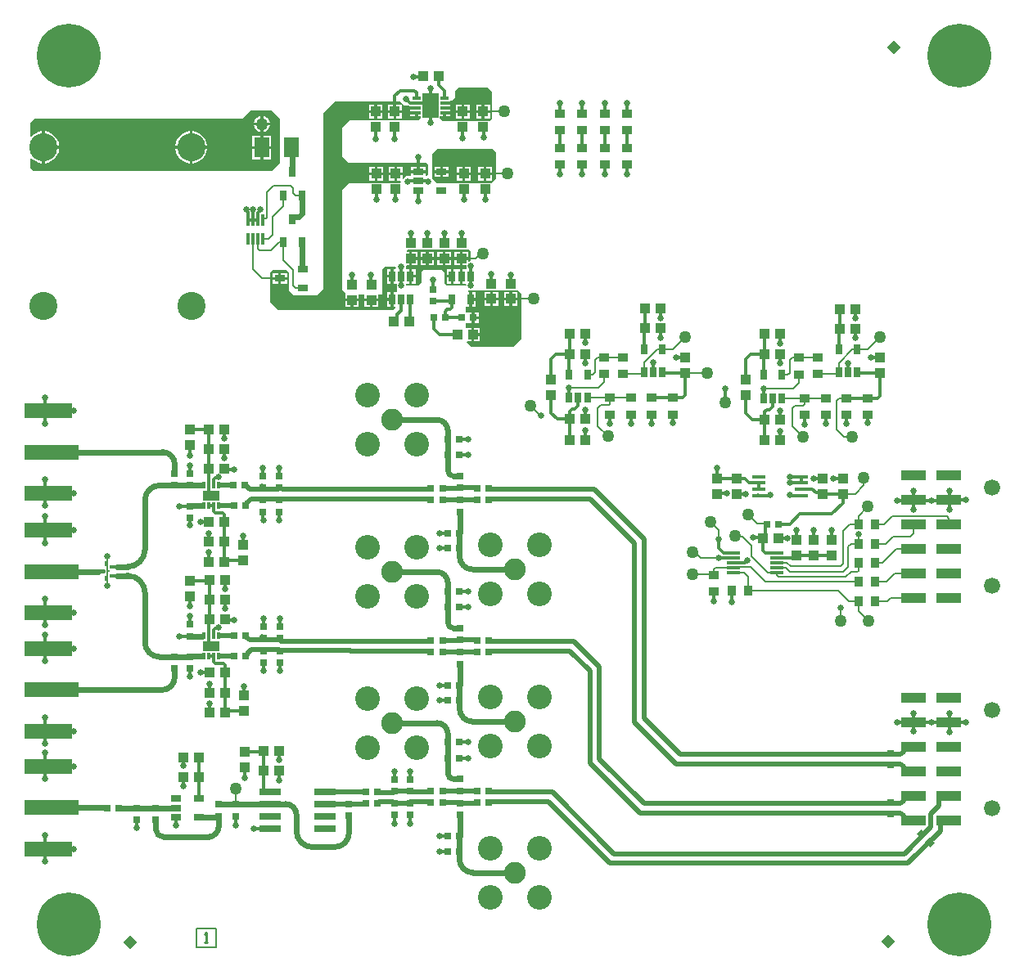
<source format=gbr>
G04*
G04 #@! TF.GenerationSoftware,Altium Limited,Altium Designer,23.7.1 (13)*
G04*
G04 Layer_Physical_Order=1*
G04 Layer_Color=255*
%FSAX43Y43*%
%MOMM*%
G71*
G04*
G04 #@! TF.SameCoordinates,32F7D0E7-751F-4841-97B5-8499A226923E*
G04*
G04*
G04 #@! TF.FilePolarity,Positive*
G04*
G01*
G75*
%ADD10C,0.254*%
%ADD12C,0.200*%
%ADD14R,4.900X1.600*%
%ADD15R,5.600X1.500*%
%ADD16R,2.500X1.000*%
%ADD17R,1.000X0.900*%
%ADD18R,1.000X1.000*%
%ADD19R,0.800X0.700*%
%ADD20R,1.000X1.000*%
%ADD21R,2.200X0.800*%
%ADD22R,1.425X0.450*%
%ADD23R,0.650X1.100*%
%ADD24R,0.700X0.800*%
G04:AMPARAMS|DCode=25|XSize=0.7mm|YSize=0.8mm|CornerRadius=0mm|HoleSize=0mm|Usage=FLASHONLY|Rotation=45.000|XOffset=0mm|YOffset=0mm|HoleType=Round|Shape=Rectangle|*
%AMROTATEDRECTD25*
4,1,4,0.035,-0.530,-0.530,0.035,-0.035,0.530,0.530,-0.035,0.035,-0.530,0.0*
%
%ADD25ROTATEDRECTD25*%

%ADD26R,1.100X0.650*%
%ADD27R,0.350X0.450*%
%ADD28R,0.350X0.350*%
%ADD29R,0.300X1.200*%
%ADD30R,1.520X2.030*%
%ADD31R,1.700X2.540*%
%ADD32R,0.850X0.300*%
%ADD33R,1.450X0.300*%
%ADD34R,0.900X1.000*%
%ADD35R,1.700X1.000*%
%ADD36R,0.300X0.700*%
%ADD37C,1.270*%
%ADD41C,2.550*%
%ADD42C,2.250*%
%ADD43C,2.910*%
%ADD44C,0.624*%
%ADD45C,0.300*%
%ADD46C,0.624*%
%ADD47C,0.494*%
%ADD48C,0.624*%
%ADD49P,1.414X4X360.0*%
%AMCUSTOMSHAPE50*
4,1,12,0.075,0.075,0.075,1.000,-0.250,1.000,-0.250,0.525,-0.075,0.525,-0.075,-0.525,-0.250,-0.525,-0.250,-1.000,0.075,-1.000,0.075,-0.075,0.250,-0.075,0.250,0.075,0.075,0.075,0.0*%
%ADD50CUSTOMSHAPE50*%

%ADD51C,0.494*%
%ADD52C,0.150*%
%ADD53C,0.600*%
%ADD54C,0.352*%
%ADD55C,0.400*%
%ADD56C,1.680*%
%ADD57C,6.600*%
%ADD58C,0.650*%
G36*
X0048250Y0091675D02*
X0048675Y0091250D01*
Y0088424D01*
X0048487Y0088237D01*
X0048375Y0088200D01*
X0048375Y0088200D01*
Y0088200D01*
X0048375Y0088200D01*
X0047125D01*
Y0088200D01*
X0047120Y0088195D01*
X0046275Y0088199D01*
Y0088200D01*
X0045948D01*
X0043564Y0088211D01*
X0043275Y0088501D01*
Y0088675D01*
X0043600D01*
Y0089025D01*
X0043750D01*
Y0089175D01*
X0044375D01*
Y0089375D01*
X0043750D01*
Y0089675D01*
X0044375D01*
Y0089875D01*
X0043750D01*
Y0090175D01*
X0044375D01*
Y0090300D01*
X0044500D01*
X0044825Y0090625D01*
Y0091350D01*
X0045150Y0091675D01*
X0045875D01*
X0048250Y0091675D01*
D02*
G37*
G36*
X0026750Y0088475D02*
Y0083875D01*
X0025925Y0083050D01*
X0001224Y0083026D01*
X0000900Y0083350D01*
Y0084305D01*
X0001027Y0084357D01*
X0001195Y0084189D01*
X0001466Y0084008D01*
X0001767Y0083884D01*
X0002087Y0083820D01*
X0002100D01*
Y0085475D01*
Y0087130D01*
X0002087D01*
X0001767Y0087066D01*
X0001466Y0086942D01*
X0001195Y0086761D01*
X0001027Y0086593D01*
X0000900Y0086645D01*
Y0088050D01*
X0001300Y0088450D01*
X0022800D01*
X0023650Y0089300D01*
X0025925D01*
X0026750Y0088475D01*
D02*
G37*
G36*
X0039625Y0089775D02*
X0040104D01*
X0040118Y0089766D01*
X0040225Y0089745D01*
X0040225Y0089745D01*
Y0089675D01*
X0040850D01*
Y0089375D01*
X0040225D01*
Y0089175D01*
X0040850D01*
Y0089025D01*
X0041000D01*
Y0088675D01*
X0041325D01*
Y0088525D01*
X0041075Y0088275D01*
X0033925D01*
X0033175Y0087525D01*
X0033175Y0084550D01*
X0033875Y0083850D01*
X0041875D01*
X0042075Y0083650D01*
Y0082625D01*
X0041927Y0082477D01*
X0041800Y0082480D01*
Y0082775D01*
X0041050D01*
X0040300D01*
Y0082475D01*
X0039800D01*
X0039517Y0082192D01*
X0039400Y0082241D01*
Y0082575D01*
X0038850D01*
Y0082025D01*
X0039184D01*
X0039233Y0081908D01*
X0039075Y0081750D01*
X0038075D01*
Y0081750D01*
X0033825D01*
X0033175Y0081100D01*
Y0070775D01*
X0033504Y0070446D01*
X0033475Y0070375D01*
X0033475D01*
Y0069825D01*
X0034175D01*
X0034875D01*
Y0070200D01*
X0035475D01*
Y0069825D01*
X0036175D01*
X0036875D01*
Y0070200D01*
X0037350D01*
X0037350Y0072825D01*
X0037625Y0073100D01*
X0038650D01*
X0038748Y0073002D01*
X0038695Y0072875D01*
X0038475D01*
Y0072125D01*
Y0071375D01*
X0038825D01*
Y0070475D01*
X0038475D01*
Y0069725D01*
Y0068975D01*
X0038645D01*
X0038698Y0068848D01*
X0038500Y0068650D01*
X0026550Y0068650D01*
X0025700Y0069500D01*
Y0072475D01*
X0025975Y0072750D01*
X0027425Y0072750D01*
X0027650Y0072525D01*
Y0070675D01*
X0028175Y0070150D01*
X0030550D01*
X0031200Y0070800D01*
Y0089050D01*
X0032400Y0090250D01*
X0039150Y0090250D01*
X0039625Y0089775D01*
D02*
G37*
G36*
X0049125Y0084925D02*
Y0082300D01*
X0048600Y0081775D01*
X0042950D01*
X0042450Y0082275D01*
X0042450Y0084800D01*
X0042950Y0085300D01*
X0048750D01*
X0049125Y0084925D01*
D02*
G37*
G36*
X0046500Y0074625D02*
Y0073800D01*
X0046327Y0073627D01*
X0046207Y0073677D01*
X0046200Y0073686D01*
Y0073800D01*
X0045650D01*
Y0073250D01*
X0046025D01*
Y0073085D01*
X0046025Y0073085D01*
Y0072875D01*
X0045650D01*
Y0072125D01*
Y0071375D01*
X0045935D01*
X0045996Y0071263D01*
X0045946Y0071150D01*
X0044000Y0071150D01*
X0043775Y0071375D01*
Y0072550D01*
X0043525Y0072800D01*
X0041575D01*
X0041350Y0072575D01*
Y0071450D01*
X0041050Y0071150D01*
X0039800D01*
Y0071375D01*
X0040075D01*
Y0072125D01*
Y0072875D01*
X0039800D01*
Y0073200D01*
X0039821Y0073250D01*
X0040100D01*
Y0073950D01*
Y0074650D01*
X0039900D01*
X0039852Y0074761D01*
X0039926Y0074850D01*
X0046275D01*
X0046500Y0074625D01*
D02*
G37*
G36*
X0051700Y0070325D02*
Y0065600D01*
X0050900Y0064800D01*
X0046525D01*
X0046077Y0065248D01*
X0046130Y0065375D01*
X0046525D01*
Y0066075D01*
Y0066775D01*
X0045975D01*
Y0067270D01*
X0046100Y0067275D01*
X0046121Y0067275D01*
X0046550D01*
Y0067825D01*
Y0068375D01*
X0046121D01*
X0046100Y0068375D01*
X0045975Y0068380D01*
Y0068975D01*
X0046300D01*
Y0069725D01*
Y0070475D01*
X0046294D01*
X0046226Y0070602D01*
X0046241Y0070625D01*
X0051400D01*
X0051700Y0070325D01*
D02*
G37*
%LPC*%
G36*
X0048450Y0089875D02*
X0047900D01*
Y0089325D01*
X0048450D01*
Y0089875D01*
D02*
G37*
G36*
X0047600D02*
X0047050D01*
Y0089325D01*
X0047600D01*
Y0089875D01*
D02*
G37*
G36*
X0046350D02*
X0045800D01*
Y0089325D01*
X0046350D01*
Y0089875D01*
D02*
G37*
G36*
X0045500D02*
X0044950D01*
Y0089325D01*
X0045500D01*
Y0089875D01*
D02*
G37*
G36*
X0044375Y0088875D02*
X0043900D01*
Y0088675D01*
X0044375D01*
Y0088875D01*
D02*
G37*
G36*
X0048450Y0089025D02*
X0047900D01*
Y0088475D01*
X0048450D01*
Y0089025D01*
D02*
G37*
G36*
X0047600D02*
X0047050D01*
Y0088475D01*
X0047600D01*
Y0089025D01*
D02*
G37*
G36*
X0046350D02*
X0045800D01*
Y0088475D01*
X0046350D01*
Y0089025D01*
D02*
G37*
G36*
X0045500D02*
X0044950D01*
Y0088475D01*
X0045500D01*
Y0089025D01*
D02*
G37*
G36*
X0025025Y0088712D02*
Y0088038D01*
X0025699D01*
X0025653Y0088210D01*
X0025543Y0088401D01*
X0025388Y0088556D01*
X0025197Y0088666D01*
X0025025Y0088712D01*
D02*
G37*
G36*
X0024725D02*
X0024553Y0088666D01*
X0024362Y0088556D01*
X0024207Y0088401D01*
X0024097Y0088210D01*
X0024051Y0088038D01*
X0024725D01*
Y0088712D01*
D02*
G37*
G36*
X0025699Y0087738D02*
X0025025D01*
Y0087064D01*
X0025197Y0087110D01*
X0025388Y0087220D01*
X0025543Y0087375D01*
X0025653Y0087566D01*
X0025699Y0087738D01*
D02*
G37*
G36*
X0024725D02*
X0024051D01*
X0024097Y0087566D01*
X0024207Y0087375D01*
X0024362Y0087220D01*
X0024553Y0087110D01*
X0024725Y0087064D01*
Y0087738D01*
D02*
G37*
G36*
X0017713Y0087130D02*
X0017700D01*
Y0085625D01*
X0019205D01*
Y0085638D01*
X0019141Y0085958D01*
X0019017Y0086259D01*
X0018836Y0086530D01*
X0018605Y0086761D01*
X0018334Y0086942D01*
X0018033Y0087066D01*
X0017713Y0087130D01*
D02*
G37*
G36*
X0002413D02*
X0002400D01*
Y0085625D01*
X0003905D01*
Y0085638D01*
X0003841Y0085958D01*
X0003717Y0086259D01*
X0003536Y0086530D01*
X0003305Y0086761D01*
X0003034Y0086942D01*
X0002733Y0087066D01*
X0002413Y0087130D01*
D02*
G37*
G36*
X0017400D02*
X0017387D01*
X0017067Y0087066D01*
X0016766Y0086942D01*
X0016495Y0086761D01*
X0016264Y0086530D01*
X0016083Y0086259D01*
X0015959Y0085958D01*
X0015895Y0085638D01*
Y0085625D01*
X0017400D01*
Y0087130D01*
D02*
G37*
G36*
X0025815Y0086665D02*
X0025005D01*
Y0085600D01*
X0025815D01*
Y0086665D01*
D02*
G37*
G36*
X0024705D02*
X0023895D01*
Y0085600D01*
X0024705D01*
Y0086665D01*
D02*
G37*
G36*
X0025815Y0085300D02*
X0025005D01*
Y0084235D01*
X0025815D01*
Y0085300D01*
D02*
G37*
G36*
X0024705D02*
X0023895D01*
Y0084235D01*
X0024705D01*
Y0085300D01*
D02*
G37*
G36*
X0019205Y0085325D02*
X0017700D01*
Y0083820D01*
X0017713D01*
X0018033Y0083884D01*
X0018334Y0084008D01*
X0018605Y0084189D01*
X0018836Y0084420D01*
X0019017Y0084691D01*
X0019141Y0084992D01*
X0019205Y0085312D01*
Y0085325D01*
D02*
G37*
G36*
X0017400D02*
X0015895D01*
Y0085312D01*
X0015959Y0084992D01*
X0016083Y0084691D01*
X0016264Y0084420D01*
X0016495Y0084189D01*
X0016766Y0084008D01*
X0017067Y0083884D01*
X0017387Y0083820D01*
X0017400D01*
Y0085325D01*
D02*
G37*
G36*
X0003905D02*
X0002400D01*
Y0083820D01*
X0002413D01*
X0002733Y0083884D01*
X0003034Y0084008D01*
X0003305Y0084189D01*
X0003536Y0084420D01*
X0003717Y0084691D01*
X0003841Y0084992D01*
X0003905Y0085312D01*
Y0085325D01*
D02*
G37*
G36*
X0039325Y0089875D02*
X0038775D01*
Y0089325D01*
X0039325D01*
Y0089875D01*
D02*
G37*
G36*
X0038475D02*
X0037925D01*
Y0089325D01*
X0038475D01*
Y0089875D01*
D02*
G37*
G36*
X0037325D02*
X0036775D01*
Y0089325D01*
X0037325D01*
Y0089875D01*
D02*
G37*
G36*
X0036475D02*
X0035925D01*
Y0089325D01*
X0036475D01*
Y0089875D01*
D02*
G37*
G36*
X0040700Y0088875D02*
X0040225D01*
Y0088675D01*
X0040700D01*
Y0088875D01*
D02*
G37*
G36*
X0039325Y0089025D02*
X0038775D01*
Y0088475D01*
X0039325D01*
Y0089025D01*
D02*
G37*
G36*
X0038475D02*
X0037925D01*
Y0088475D01*
X0038475D01*
Y0089025D01*
D02*
G37*
G36*
X0037325D02*
X0036775D01*
Y0088475D01*
X0037325D01*
Y0089025D01*
D02*
G37*
G36*
X0036475D02*
X0035925D01*
Y0088475D01*
X0036475D01*
Y0089025D01*
D02*
G37*
G36*
X0041800Y0083450D02*
X0041200D01*
Y0083075D01*
X0041800D01*
Y0083450D01*
D02*
G37*
G36*
X0040900D02*
X0040300D01*
Y0083075D01*
X0040900D01*
Y0083450D01*
D02*
G37*
G36*
X0039400Y0083425D02*
X0038850D01*
Y0082875D01*
X0039400D01*
Y0083425D01*
D02*
G37*
G36*
X0038550D02*
X0038000D01*
Y0082875D01*
X0038550D01*
Y0083425D01*
D02*
G37*
G36*
X0037400Y0083425D02*
X0036850D01*
Y0082875D01*
X0037400D01*
Y0083425D01*
D02*
G37*
G36*
X0036550D02*
X0036000D01*
Y0082875D01*
X0036550D01*
Y0083425D01*
D02*
G37*
G36*
X0038550Y0082575D02*
X0038000D01*
Y0082025D01*
X0038550D01*
Y0082575D01*
D02*
G37*
G36*
X0037400Y0082575D02*
X0036850D01*
Y0082025D01*
X0037400D01*
Y0082575D01*
D02*
G37*
G36*
X0036550D02*
X0036000D01*
Y0082025D01*
X0036550D01*
Y0082575D01*
D02*
G37*
G36*
X0038175Y0072875D02*
X0037800D01*
Y0072275D01*
X0038175D01*
Y0072875D01*
D02*
G37*
G36*
X0027455Y0072425D02*
X0026855D01*
Y0072050D01*
X0027455D01*
Y0072425D01*
D02*
G37*
G36*
X0026555D02*
X0025955D01*
Y0072050D01*
X0026555D01*
Y0072425D01*
D02*
G37*
G36*
X0038175Y0071975D02*
X0037800D01*
Y0071375D01*
X0038175D01*
Y0071975D01*
D02*
G37*
G36*
X0027455Y0071750D02*
X0026855D01*
Y0071375D01*
X0027455D01*
Y0071750D01*
D02*
G37*
G36*
X0026555D02*
X0025955D01*
Y0071375D01*
X0026555D01*
Y0071750D01*
D02*
G37*
G36*
X0038175Y0070475D02*
X0037800D01*
Y0069875D01*
X0038175D01*
Y0070475D01*
D02*
G37*
G36*
Y0069575D02*
X0037800D01*
Y0068975D01*
X0038175D01*
Y0069575D01*
D02*
G37*
G36*
X0036875Y0069525D02*
X0036325D01*
Y0068975D01*
X0036875D01*
Y0069525D01*
D02*
G37*
G36*
X0036025D02*
X0035475D01*
Y0068975D01*
X0036025D01*
Y0069525D01*
D02*
G37*
G36*
X0034875D02*
X0034325D01*
Y0068975D01*
X0034875D01*
Y0069525D01*
D02*
G37*
G36*
X0034025D02*
X0033475D01*
Y0068975D01*
X0034025D01*
Y0069525D01*
D02*
G37*
G36*
X0044200Y0083450D02*
X0043600D01*
Y0083075D01*
X0044200D01*
Y0083450D01*
D02*
G37*
G36*
X0043300D02*
X0042700D01*
Y0083075D01*
X0043300D01*
Y0083450D01*
D02*
G37*
G36*
X0048650Y0083425D02*
X0048100D01*
Y0082875D01*
X0048650D01*
Y0083425D01*
D02*
G37*
G36*
X0047800D02*
X0047250D01*
Y0082875D01*
X0047800D01*
Y0083425D01*
D02*
G37*
G36*
X0046450D02*
X0045900D01*
Y0082875D01*
X0046450D01*
Y0083425D01*
D02*
G37*
G36*
X0045600D02*
X0045050D01*
Y0082875D01*
X0045600D01*
Y0083425D01*
D02*
G37*
G36*
X0044200Y0082775D02*
X0043600D01*
Y0082400D01*
X0044200D01*
Y0082775D01*
D02*
G37*
G36*
X0043300D02*
X0042700D01*
Y0082400D01*
X0043300D01*
Y0082775D01*
D02*
G37*
G36*
X0048650Y0082575D02*
X0048100D01*
Y0082025D01*
X0048650D01*
Y0082575D01*
D02*
G37*
G36*
X0047800D02*
X0047250D01*
Y0082025D01*
X0047800D01*
Y0082575D01*
D02*
G37*
G36*
X0046450D02*
X0045900D01*
Y0082025D01*
X0046450D01*
Y0082575D01*
D02*
G37*
G36*
X0045600D02*
X0045050D01*
Y0082025D01*
X0045600D01*
Y0082575D01*
D02*
G37*
G36*
X0040950Y0074650D02*
X0040400D01*
Y0074100D01*
X0040950D01*
Y0074650D01*
D02*
G37*
G36*
X0046200D02*
X0045650D01*
Y0074100D01*
X0046200D01*
Y0074650D01*
D02*
G37*
G36*
X0042675D02*
X0042125D01*
Y0074100D01*
X0042675D01*
Y0074650D01*
D02*
G37*
G36*
X0044425D02*
X0043875D01*
Y0074100D01*
X0044425D01*
Y0074650D01*
D02*
G37*
G36*
X0041825D02*
X0041275D01*
Y0074100D01*
X0041825D01*
Y0074650D01*
D02*
G37*
G36*
X0043575D02*
X0043025D01*
Y0074100D01*
X0043575D01*
Y0074650D01*
D02*
G37*
G36*
X0045350D02*
X0044800D01*
Y0074100D01*
X0045350D01*
Y0074650D01*
D02*
G37*
G36*
Y0073800D02*
X0044800D01*
Y0073250D01*
X0045350D01*
Y0073800D01*
D02*
G37*
G36*
X0044425D02*
X0043875D01*
Y0073250D01*
X0044425D01*
Y0073800D01*
D02*
G37*
G36*
X0043575D02*
X0043025D01*
Y0073250D01*
X0043575D01*
Y0073800D01*
D02*
G37*
G36*
X0042675D02*
X0042125D01*
Y0073250D01*
X0042675D01*
Y0073800D01*
D02*
G37*
G36*
X0041825D02*
X0041275D01*
Y0073250D01*
X0041825D01*
Y0073800D01*
D02*
G37*
G36*
X0040950D02*
X0040400D01*
Y0073250D01*
X0040950D01*
Y0073800D01*
D02*
G37*
G36*
X0040750Y0072875D02*
X0040375D01*
Y0072275D01*
X0040750D01*
Y0072875D01*
D02*
G37*
G36*
X0044400Y0072875D02*
X0044025D01*
Y0072275D01*
X0044400D01*
Y0072875D01*
D02*
G37*
G36*
X0040750Y0071975D02*
X0040375D01*
Y0071375D01*
X0040750D01*
Y0071975D01*
D02*
G37*
G36*
X0045350Y0072875D02*
X0044700D01*
Y0072125D01*
Y0071375D01*
X0045350D01*
Y0072125D01*
Y0072875D01*
D02*
G37*
G36*
X0044400Y0071975D02*
X0044025D01*
Y0071375D01*
X0044400D01*
Y0071975D01*
D02*
G37*
G36*
X0051300Y0070475D02*
X0050750D01*
Y0069925D01*
X0051300D01*
Y0070475D01*
D02*
G37*
G36*
X0049300D02*
X0048750D01*
Y0069925D01*
X0049300D01*
Y0070475D01*
D02*
G37*
G36*
X0048450D02*
X0047900D01*
Y0069925D01*
X0048450D01*
Y0070475D01*
D02*
G37*
G36*
X0050450D02*
X0049900D01*
Y0069925D01*
X0050450D01*
Y0070475D01*
D02*
G37*
G36*
X0046975D02*
X0046600D01*
Y0069875D01*
X0046975D01*
Y0070475D01*
D02*
G37*
G36*
X0051300Y0069625D02*
X0050750D01*
Y0069075D01*
X0051300D01*
Y0069625D01*
D02*
G37*
G36*
X0050450D02*
X0049900D01*
Y0069075D01*
X0050450D01*
Y0069625D01*
D02*
G37*
G36*
X0049300D02*
X0048750D01*
Y0069075D01*
X0049300D01*
Y0069625D01*
D02*
G37*
G36*
X0048450D02*
X0047900D01*
Y0069075D01*
X0048450D01*
Y0069625D01*
D02*
G37*
G36*
X0046975Y0069575D02*
X0046600D01*
Y0068975D01*
X0046975D01*
Y0069575D01*
D02*
G37*
G36*
X0046850Y0068375D02*
Y0067975D01*
X0047300D01*
Y0068375D01*
X0046850D01*
D02*
G37*
G36*
X0047300Y0067675D02*
X0046850D01*
Y0067275D01*
X0047300D01*
Y0067675D01*
D02*
G37*
G36*
X0047375Y0066775D02*
X0046825D01*
Y0066225D01*
X0047375D01*
Y0066775D01*
D02*
G37*
G36*
Y0065925D02*
X0046825D01*
Y0065375D01*
X0047375D01*
Y0065925D01*
D02*
G37*
%LPD*%
D10*
X0018904Y0003154D02*
X0019237D01*
X0019071D01*
Y0004154D01*
X0018904Y0003987D01*
D12*
X0018100Y0002700D02*
X0020100D01*
X0018100Y0004600D02*
X0020100D01*
Y0002700D02*
Y0004600D01*
X0018100Y0002700D02*
Y0004600D01*
D14*
X0002750Y0049671D02*
D03*
Y0058191D02*
D03*
Y0025060D02*
D03*
Y0033580D02*
D03*
Y0037315D02*
D03*
Y0045835D02*
D03*
Y0012855D02*
D03*
Y0021375D02*
D03*
D15*
X0003100Y0053931D02*
D03*
Y0029320D02*
D03*
Y0041575D02*
D03*
Y0017115D02*
D03*
D16*
X0092225Y0051484D02*
D03*
X0095925D02*
D03*
X0092225Y0048944D02*
D03*
X0095925D02*
D03*
X0092225Y0046404D02*
D03*
X0095925D02*
D03*
Y0043864D02*
D03*
X0092225D02*
D03*
X0095925Y0041324D02*
D03*
X0092225D02*
D03*
X0095925Y0038784D02*
D03*
X0092225D02*
D03*
Y0028484D02*
D03*
X0095925D02*
D03*
X0092225Y0025944D02*
D03*
X0095925D02*
D03*
X0092225Y0020864D02*
D03*
Y0023404D02*
D03*
Y0015784D02*
D03*
Y0018324D02*
D03*
X0095925Y0015784D02*
D03*
Y0018324D02*
D03*
Y0020864D02*
D03*
Y0023404D02*
D03*
D17*
X0062650Y0085400D02*
D03*
Y0083700D02*
D03*
X0058000Y0085400D02*
D03*
Y0083700D02*
D03*
X0060325Y0088975D02*
D03*
Y0087275D02*
D03*
Y0085400D02*
D03*
Y0083700D02*
D03*
X0055715Y0088950D02*
D03*
Y0087250D02*
D03*
X0055711Y0085375D02*
D03*
Y0083675D02*
D03*
X0062652Y0087249D02*
D03*
Y0088949D02*
D03*
X0057998Y0087249D02*
D03*
Y0088949D02*
D03*
X0071600Y0039525D02*
D03*
Y0041225D02*
D03*
X0081025Y0059500D02*
D03*
Y0057800D02*
D03*
X0083192Y0059500D02*
D03*
Y0057800D02*
D03*
X0082350Y0063700D02*
D03*
Y0062000D02*
D03*
X0085358Y0059500D02*
D03*
Y0057800D02*
D03*
X0080450Y0061975D02*
D03*
Y0063675D02*
D03*
X0087525Y0057800D02*
D03*
Y0059500D02*
D03*
X0060875Y0059525D02*
D03*
Y0057825D02*
D03*
X0063042Y0059525D02*
D03*
Y0057825D02*
D03*
X0062200Y0063725D02*
D03*
Y0062025D02*
D03*
X0065208Y0059525D02*
D03*
Y0057825D02*
D03*
X0060300Y0062000D02*
D03*
Y0063700D02*
D03*
X0067375Y0057825D02*
D03*
Y0059525D02*
D03*
D18*
X0074925Y0061425D02*
D03*
Y0059825D02*
D03*
X0050600Y0071375D02*
D03*
Y0069775D02*
D03*
X0048600Y0071375D02*
D03*
Y0069775D02*
D03*
X0045500Y0075550D02*
D03*
Y0073950D02*
D03*
X0043725Y0075550D02*
D03*
Y0073950D02*
D03*
X0041975Y0075550D02*
D03*
Y0073950D02*
D03*
X0040250Y0075550D02*
D03*
Y0073950D02*
D03*
X0036175Y0071275D02*
D03*
Y0069675D02*
D03*
X0034175Y0071275D02*
D03*
Y0069675D02*
D03*
X0023100Y0021325D02*
D03*
Y0022925D02*
D03*
X0047750Y0089175D02*
D03*
Y0087575D02*
D03*
X0038625Y0089175D02*
D03*
Y0087575D02*
D03*
X0045750Y0082725D02*
D03*
Y0081125D02*
D03*
X0047950Y0082725D02*
D03*
Y0081125D02*
D03*
X0036700Y0082725D02*
D03*
Y0081125D02*
D03*
X0038700Y0082725D02*
D03*
Y0081125D02*
D03*
X0036625Y0089175D02*
D03*
Y0087575D02*
D03*
X0045650Y0089175D02*
D03*
Y0087575D02*
D03*
X0083775Y0043200D02*
D03*
Y0044800D02*
D03*
X0080125Y0044800D02*
D03*
Y0043200D02*
D03*
X0081925Y0044800D02*
D03*
Y0043200D02*
D03*
X0084950Y0049600D02*
D03*
Y0051200D02*
D03*
X0082900Y0049600D02*
D03*
Y0051200D02*
D03*
X0074000D02*
D03*
Y0049600D02*
D03*
X0071950Y0051200D02*
D03*
Y0049600D02*
D03*
X0088775Y0063700D02*
D03*
Y0062100D02*
D03*
X0017425Y0039035D02*
D03*
Y0040635D02*
D03*
X0017400Y0054625D02*
D03*
Y0056225D02*
D03*
X0022950Y0044325D02*
D03*
Y0042725D02*
D03*
X0022975Y0028735D02*
D03*
Y0027135D02*
D03*
X0068625Y0063725D02*
D03*
Y0062125D02*
D03*
X0054775Y0059850D02*
D03*
Y0061450D02*
D03*
D19*
X0078275Y0046475D02*
D03*
X0077075D02*
D03*
X0043850Y0067825D02*
D03*
X0042650D02*
D03*
X0046700Y0067825D02*
D03*
X0045500D02*
D03*
X0048300Y0034450D02*
D03*
Y0033250D02*
D03*
X0048300Y0050200D02*
D03*
Y0049000D02*
D03*
X0045300Y0023900D02*
D03*
X0044100D02*
D03*
X0045300Y0022250D02*
D03*
X0044100D02*
D03*
X0047100Y0018825D02*
D03*
X0048300D02*
D03*
X0042340D02*
D03*
X0043540D02*
D03*
X0044100Y0012600D02*
D03*
X0045300D02*
D03*
X0044100Y0014150D02*
D03*
X0045300D02*
D03*
X0047100Y0017625D02*
D03*
X0048300D02*
D03*
X0042340D02*
D03*
X0043540D02*
D03*
X0035650Y0018800D02*
D03*
X0036850D02*
D03*
X0035650Y0017600D02*
D03*
X0036850D02*
D03*
X0010050Y0017100D02*
D03*
X0008850D02*
D03*
X0044100Y0039525D02*
D03*
X0045300D02*
D03*
Y0037875D02*
D03*
X0044100D02*
D03*
X0047100Y0034450D02*
D03*
X0042340D02*
D03*
X0043540D02*
D03*
X0045300Y0028225D02*
D03*
X0044100D02*
D03*
Y0029775D02*
D03*
X0045300D02*
D03*
X0047100Y0033250D02*
D03*
X0042340D02*
D03*
X0043540D02*
D03*
X0045300Y0055275D02*
D03*
X0044100D02*
D03*
X0045300Y0053625D02*
D03*
X0044100D02*
D03*
X0047100Y0050200D02*
D03*
X0042340D02*
D03*
X0043540D02*
D03*
X0044100Y0043975D02*
D03*
X0045300D02*
D03*
X0044100Y0045525D02*
D03*
X0045300D02*
D03*
X0047100Y0049000D02*
D03*
X0042340D02*
D03*
X0043540D02*
D03*
X0023150Y0048400D02*
D03*
X0021950D02*
D03*
X0021925Y0050500D02*
D03*
X0023125D02*
D03*
X0021975Y0032810D02*
D03*
X0023175D02*
D03*
X0021950Y0034910D02*
D03*
X0023150D02*
D03*
D20*
X0076700Y0045000D02*
D03*
X0078300D02*
D03*
X0045075Y0066075D02*
D03*
X0046675D02*
D03*
X0040075Y0067475D02*
D03*
X0038475D02*
D03*
X0016750Y0022350D02*
D03*
X0018350D02*
D03*
X0025050Y0020925D02*
D03*
X0026650D02*
D03*
X0018350Y0020300D02*
D03*
X0016750D02*
D03*
X0025050Y0022975D02*
D03*
X0026650D02*
D03*
X0043125Y0092800D02*
D03*
X0041525D02*
D03*
X0084675Y0068750D02*
D03*
X0086275D02*
D03*
X0076875Y0055150D02*
D03*
X0078475D02*
D03*
X0076875Y0066150D02*
D03*
X0078475D02*
D03*
X0086275Y0066700D02*
D03*
X0084675D02*
D03*
X0078475Y0057300D02*
D03*
X0076875D02*
D03*
X0078475Y0064050D02*
D03*
X0076875D02*
D03*
X0019425Y0040685D02*
D03*
X0021025D02*
D03*
X0019400Y0052175D02*
D03*
X0021000D02*
D03*
X0019400Y0054225D02*
D03*
X0021000D02*
D03*
X0019400Y0056276D02*
D03*
X0021000D02*
D03*
Y0046675D02*
D03*
X0019400D02*
D03*
X0021000Y0044625D02*
D03*
X0019400D02*
D03*
X0021000Y0042575D02*
D03*
X0019400D02*
D03*
X0021025Y0031085D02*
D03*
X0019425D02*
D03*
X0021025Y0029034D02*
D03*
X0019425D02*
D03*
X0021025Y0026984D02*
D03*
X0019425D02*
D03*
Y0036585D02*
D03*
X0021025D02*
D03*
X0019425Y0038635D02*
D03*
X0021025D02*
D03*
X0064525Y0068775D02*
D03*
X0066125D02*
D03*
X0056725Y0055175D02*
D03*
X0058325D02*
D03*
X0056725Y0066175D02*
D03*
X0058325D02*
D03*
X0066125Y0066725D02*
D03*
X0064525D02*
D03*
X0058325Y0057325D02*
D03*
X0056725D02*
D03*
X0058325Y0064075D02*
D03*
X0056725D02*
D03*
D21*
X0025680Y0018780D02*
D03*
Y0017510D02*
D03*
Y0016240D02*
D03*
Y0014970D02*
D03*
X0031420Y0018780D02*
D03*
Y0017510D02*
D03*
Y0016240D02*
D03*
Y0014970D02*
D03*
D22*
X0080662Y0051375D02*
D03*
Y0050725D02*
D03*
Y0050075D02*
D03*
Y0049425D02*
D03*
X0076238D02*
D03*
Y0050075D02*
D03*
Y0050725D02*
D03*
Y0051375D02*
D03*
D23*
X0046450Y0069725D02*
D03*
X0044550D02*
D03*
Y0072125D02*
D03*
X0045500D02*
D03*
X0046450D02*
D03*
X0040225Y0069725D02*
D03*
X0039275D02*
D03*
X0038325D02*
D03*
Y0072125D02*
D03*
X0039275D02*
D03*
X0040225D02*
D03*
X0028040Y0078050D02*
D03*
X0028990Y0075650D02*
D03*
X0027090D02*
D03*
X0028040Y0082900D02*
D03*
X0028990Y0080500D02*
D03*
X0027090D02*
D03*
X0076775Y0061900D02*
D03*
X0078675D02*
D03*
Y0059500D02*
D03*
X0077725D02*
D03*
X0076775D02*
D03*
X0084525Y0064550D02*
D03*
X0086425D02*
D03*
Y0062150D02*
D03*
X0085475D02*
D03*
X0084525D02*
D03*
X0056625Y0061925D02*
D03*
X0058525D02*
D03*
Y0059525D02*
D03*
X0057575D02*
D03*
X0056625D02*
D03*
X0064375Y0064575D02*
D03*
X0066275D02*
D03*
Y0062175D02*
D03*
X0065325D02*
D03*
X0064375D02*
D03*
D24*
X0042550Y0069575D02*
D03*
Y0070775D02*
D03*
X0024975Y0051450D02*
D03*
Y0050250D02*
D03*
X0089921Y0017650D02*
D03*
Y0016450D02*
D03*
Y0022744D02*
D03*
Y0021544D02*
D03*
X0045350Y0020075D02*
D03*
Y0018875D02*
D03*
X0045350Y0016375D02*
D03*
Y0017575D02*
D03*
X0022200Y0017450D02*
D03*
Y0016250D02*
D03*
X0040200Y0020050D02*
D03*
Y0018850D02*
D03*
X0040200Y0016350D02*
D03*
Y0017550D02*
D03*
X0038550Y0018850D02*
D03*
Y0020050D02*
D03*
X0038550Y0017550D02*
D03*
Y0016350D02*
D03*
X0020400Y0017450D02*
D03*
Y0016250D02*
D03*
X0011950Y0015900D02*
D03*
Y0017100D02*
D03*
X0033875Y0016325D02*
D03*
Y0017525D02*
D03*
X0013900Y0017100D02*
D03*
Y0015900D02*
D03*
X0045350Y0035700D02*
D03*
Y0034500D02*
D03*
X0045350Y0032000D02*
D03*
Y0033200D02*
D03*
X0015850Y0031525D02*
D03*
Y0032725D02*
D03*
Y0050475D02*
D03*
Y0051675D02*
D03*
X0045350Y0051450D02*
D03*
Y0050250D02*
D03*
X0045350Y0047750D02*
D03*
Y0048950D02*
D03*
X0024975Y0047750D02*
D03*
Y0048950D02*
D03*
X0026675Y0051450D02*
D03*
Y0050250D02*
D03*
X0026675Y0047750D02*
D03*
Y0048950D02*
D03*
X0017400Y0051675D02*
D03*
Y0050475D02*
D03*
X0017400Y0047125D02*
D03*
Y0048325D02*
D03*
X0017425Y0031535D02*
D03*
Y0032735D02*
D03*
X0017425Y0036085D02*
D03*
Y0034885D02*
D03*
X0025000Y0033360D02*
D03*
Y0032160D02*
D03*
X0025000Y0034660D02*
D03*
Y0035860D02*
D03*
X0026700D02*
D03*
Y0034660D02*
D03*
X0026700Y0032160D02*
D03*
Y0033360D02*
D03*
D25*
X0093150Y0014350D02*
D03*
X0093999Y0013501D02*
D03*
D26*
X0015950Y0018050D02*
D03*
Y0017100D02*
D03*
Y0016150D02*
D03*
X0018350D02*
D03*
Y0018050D02*
D03*
X0026705Y0071900D02*
D03*
X0029105Y0072850D02*
D03*
Y0070950D02*
D03*
X0041050Y0082925D02*
D03*
Y0081975D02*
D03*
Y0081025D02*
D03*
X0043450D02*
D03*
Y0082925D02*
D03*
D27*
X0008475Y0041600D02*
D03*
D28*
X0009325Y0041150D02*
D03*
Y0042050D02*
D03*
D29*
X0024940Y0077900D02*
D03*
X0024440D02*
D03*
X0023940D02*
D03*
X0023440D02*
D03*
Y0076000D02*
D03*
X0023940D02*
D03*
X0024440D02*
D03*
X0024940D02*
D03*
D30*
X0027895Y0085450D02*
D03*
X0024855D02*
D03*
D31*
X0042300Y0089775D02*
D03*
D32*
X0043750Y0089025D02*
D03*
Y0089525D02*
D03*
Y0090025D02*
D03*
Y0090525D02*
D03*
X0040850D02*
D03*
Y0090025D02*
D03*
Y0089525D02*
D03*
Y0089025D02*
D03*
D33*
X0073675Y0043475D02*
D03*
Y0042975D02*
D03*
Y0042475D02*
D03*
Y0041975D02*
D03*
Y0041475D02*
D03*
X0078125D02*
D03*
Y0041975D02*
D03*
Y0042475D02*
D03*
Y0042975D02*
D03*
Y0043475D02*
D03*
D34*
X0086575Y0038475D02*
D03*
X0088275D02*
D03*
X0086575Y0040475D02*
D03*
X0088275D02*
D03*
X0073450Y0039575D02*
D03*
X0075150D02*
D03*
X0086575Y0046425D02*
D03*
X0088275D02*
D03*
X0086575Y0044425D02*
D03*
X0088275D02*
D03*
X0086575Y0042475D02*
D03*
X0088275D02*
D03*
D35*
X0019620Y0049437D02*
D03*
X0019645Y0033847D02*
D03*
D36*
X0020370Y0048387D02*
D03*
X0019870D02*
D03*
X0019370D02*
D03*
X0018870D02*
D03*
Y0050487D02*
D03*
X0019370D02*
D03*
X0019870D02*
D03*
X0020370D02*
D03*
X0020395Y0032797D02*
D03*
X0019895D02*
D03*
X0019395D02*
D03*
X0018895D02*
D03*
Y0034897D02*
D03*
X0019395D02*
D03*
X0019895D02*
D03*
X0020395D02*
D03*
D37*
X0088775Y0065825D02*
D03*
X0085925Y0055475D02*
D03*
X0022200Y0019133D02*
D03*
X0069400Y0043550D02*
D03*
X0069410Y0041304D02*
D03*
X0071275Y0046675D02*
D03*
X0075175Y0047450D02*
D03*
X0073775Y0045300D02*
D03*
X0087600Y0036450D02*
D03*
X0087125Y0051300D02*
D03*
X0087525Y0048275D02*
D03*
X0084725Y0036475D02*
D03*
X0080825Y0055525D02*
D03*
X0072825Y0059075D02*
D03*
X0070925Y0062075D02*
D03*
X0068625Y0065850D02*
D03*
X0060675Y0055550D02*
D03*
X0052625Y0058700D02*
D03*
X0052975Y0069775D02*
D03*
X0047725Y0074500D02*
D03*
X0050275Y0082725D02*
D03*
X0049950Y0089175D02*
D03*
X0024875Y0087888D02*
D03*
D41*
X0035760Y0028430D02*
D03*
X0040840D02*
D03*
Y0023350D02*
D03*
X0035760D02*
D03*
X0048510Y0012940D02*
D03*
X0053590D02*
D03*
Y0007860D02*
D03*
X0048510D02*
D03*
X0035760Y0044055D02*
D03*
X0040840D02*
D03*
Y0038975D02*
D03*
X0035760D02*
D03*
X0048510Y0028565D02*
D03*
X0053590D02*
D03*
Y0023485D02*
D03*
X0048510D02*
D03*
X0035760Y0059805D02*
D03*
X0040840D02*
D03*
Y0054725D02*
D03*
X0035760D02*
D03*
X0048510Y0044315D02*
D03*
X0053590D02*
D03*
Y0039235D02*
D03*
X0048510D02*
D03*
D42*
X0038300Y0025890D02*
D03*
X0051050Y0010400D02*
D03*
X0038300Y0041515D02*
D03*
X0051050Y0026025D02*
D03*
X0038300Y0057265D02*
D03*
X0051050Y0041775D02*
D03*
D43*
X0002250Y0085475D02*
D03*
X0017550D02*
D03*
X0002250Y0069025D02*
D03*
X0017550D02*
D03*
D44*
X0010960Y0042050D02*
G03*
X0012775Y0043865I0000000J0001815D01*
G01*
X0045300Y0014150D02*
G03*
X0045350Y0014200I0000000J0000050D01*
G01*
X0045300Y0011775D02*
G03*
X0046675Y0010400I0001375J0000000D01*
G01*
X0044100Y0020675D02*
G03*
X0044700Y0020075I0000600J0000000D01*
G01*
X0044100Y0024775D02*
G03*
X0042985Y0025890I-0001115J0000000D01*
G01*
X0045300Y0029775D02*
G03*
X0045350Y0029825I0000000J0000050D01*
G01*
X0045300Y0027400D02*
G03*
X0046675Y0026025I0001375J0000000D01*
G01*
X0044100Y0036300D02*
G03*
X0044700Y0035700I0000600J0000000D01*
G01*
X0044100Y0040400D02*
G03*
X0042985Y0041515I-0001115J0000000D01*
G01*
X0044100Y0056150D02*
G03*
X0042985Y0057265I-0001115J0000000D01*
G01*
X0044100Y0052050D02*
G03*
X0044700Y0051450I0000600J0000000D01*
G01*
X0045300Y0043150D02*
G03*
X0046675Y0041775I0001375J0000000D01*
G01*
X0045300Y0045525D02*
G03*
X0045350Y0045575I0000000J0000050D01*
G01*
X0015850Y0052651D02*
G03*
X0014570Y0053931I-0001280J0000000D01*
G01*
Y0029320D02*
G03*
X0015850Y0030600I0000000J0001280D01*
G01*
X0012775Y0039335D02*
G03*
X0010960Y0041150I-0001815J0000000D01*
G01*
X0012775Y0034225D02*
G03*
X0014275Y0032725I0001500J0000000D01*
G01*
Y0050475D02*
G03*
X0012775Y0048975I0000000J-0001500D01*
G01*
X0009875Y0042050D02*
X0010960D01*
X0045350Y0014200D02*
Y0016375D01*
X0046675Y0010400D02*
X0051050D01*
X0045300Y0012600D02*
Y0014150D01*
Y0011775D02*
X0045300D01*
X0045300D02*
Y0012600D01*
X0044100Y0022250D02*
X0044100D01*
X0044700Y0020075D02*
X0045350D01*
X0044100Y0020675D02*
Y0022250D01*
X0044100D02*
Y0023900D01*
Y0024775D02*
X0044100D01*
X0038300Y0025890D02*
X0042985D01*
X0044100Y0023900D02*
Y0024775D01*
X0045350Y0029825D02*
Y0032000D01*
X0046675Y0026025D02*
X0051050D01*
X0045300Y0028225D02*
Y0029775D01*
Y0027400D02*
X0045300D01*
X0045300D02*
Y0028225D01*
X0044100Y0037875D02*
X0044100D01*
X0044700Y0035700D02*
X0045350D01*
X0044100Y0036300D02*
Y0037875D01*
X0044100D02*
Y0039525D01*
Y0040400D02*
X0044100D01*
X0038300Y0041515D02*
X0042985D01*
X0044100Y0039525D02*
Y0040400D01*
X0017425Y0032758D02*
X0017463Y0032797D01*
X0017425Y0034885D02*
X0018725D01*
X0017463Y0032797D02*
X0018720D01*
X0017425Y0032735D02*
Y0032758D01*
X0017438Y0048387D02*
X0018695D01*
X0017400Y0048325D02*
Y0048349D01*
X0017438Y0048387D01*
X0017400Y0050475D02*
X0018700D01*
X0014275D02*
X0015850D01*
X0017400D01*
X0038300Y0057265D02*
X0042985D01*
X0044100Y0056150D02*
X0044100D01*
X0044100Y0055275D02*
Y0056150D01*
X0044100Y0052050D02*
Y0053625D01*
X0044100D02*
Y0055275D01*
X0044700Y0051450D02*
X0045350D01*
X0044100Y0053625D02*
X0044100D01*
X0046675Y0041775D02*
X0051050D01*
X0045300Y0043150D02*
X0045300D01*
X0045300Y0043975D02*
Y0045525D01*
Y0043150D02*
Y0043975D01*
X0045350Y0045575D02*
Y0047750D01*
X0013900Y0017100D02*
X0015950D01*
X0013900Y0017100D02*
Y0017100D01*
X0011950Y0017100D02*
X0013900D01*
X0010050D02*
X0011950D01*
X0002800Y0017115D02*
X0008850D01*
Y0017100D02*
Y0017115D01*
X0002800Y0053931D02*
X0014570D01*
X0015850Y0051726D02*
Y0052651D01*
Y0030600D02*
Y0031525D01*
X0002800Y0029320D02*
X0014570D01*
X0014275Y0032725D02*
X0015850D01*
Y0032725D02*
X0017400D01*
X0009875Y0041150D02*
X0010960D01*
X0012775Y0034225D02*
Y0039335D01*
Y0043865D02*
Y0048975D01*
X0002800Y0041575D02*
X0007925D01*
D45*
X0040175Y0015475D02*
G03*
X0040200Y0015500I0000000J0000025D01*
G01*
X0092206Y0025925D02*
X0092225Y0025944D01*
X0090550Y0025925D02*
X0092206D01*
X0092225Y0025944D02*
X0092250Y0025969D01*
Y0026900D01*
X0092244Y0025925D02*
X0092250Y0025919D01*
Y0025000D02*
Y0025919D01*
X0095925Y0025944D02*
X0095975Y0025894D01*
Y0024950D02*
Y0025894D01*
X0095931Y0025950D02*
X0095950Y0025969D01*
X0095925Y0025944D02*
X0095931Y0025950D01*
X0097675D01*
X0095950Y0025969D02*
Y0026875D01*
X0095906Y0025925D02*
X0095925Y0025944D01*
X0094100Y0025925D02*
X0095906D01*
X0092225Y0025944D02*
X0092244Y0025925D01*
X0094100D01*
X0095925Y0048944D02*
X0095975Y0048894D01*
Y0047950D02*
Y0048894D01*
X0095931Y0048950D02*
X0095950Y0048969D01*
X0095925Y0048944D02*
X0095931Y0048950D01*
X0097675D01*
X0095950Y0048969D02*
Y0049875D01*
X0095906Y0048925D02*
X0095925Y0048944D01*
X0094100Y0048925D02*
X0095906D01*
X0090550D02*
X0092225D01*
Y0048944D02*
X0092244Y0048925D01*
X0094100D01*
X0092225Y0048944D02*
X0092250Y0048969D01*
Y0049900D01*
Y0048000D02*
Y0048919D01*
X0024440Y0077900D02*
Y0078734D01*
X0024700Y0078994D01*
Y0079075D01*
X0023440Y0077900D02*
Y0078754D01*
X0023225Y0078969D02*
X0023440Y0078754D01*
X0023225Y0078969D02*
Y0079050D01*
X0076650Y0045050D02*
X0076700Y0045000D01*
X0076925Y0045225D01*
Y0046325D02*
X0077075Y0046475D01*
X0076925Y0045225D02*
Y0046325D01*
X0019370Y0049687D02*
Y0050487D01*
Y0049687D02*
X0019620Y0049437D01*
X0019395Y0034097D02*
Y0034897D01*
Y0034097D02*
X0019645Y0033847D01*
X0074850Y0042475D02*
X0075075Y0042700D01*
X0073675Y0042475D02*
X0074850D01*
X0072075Y0044030D02*
X0072630Y0043475D01*
X0072075Y0044030D02*
Y0044925D01*
X0002434Y0012872D02*
Y0014280D01*
X0002434Y0012872D02*
X0002434Y0012872D01*
X0002434Y0011680D02*
X0002434Y0011680D01*
X0002434Y0011680D02*
Y0012872D01*
X0002434Y0011555D02*
Y0011680D01*
X0002450Y0012855D02*
X0005409D01*
X0002434Y0012872D02*
X0002450Y0012855D01*
X0002434Y0021392D02*
Y0022800D01*
X0002434Y0021392D02*
X0002434Y0021392D01*
X0002434Y0020200D02*
X0002434Y0020200D01*
X0002434Y0020200D02*
Y0021392D01*
X0002434Y0020075D02*
Y0020200D01*
X0002450Y0021375D02*
X0005409D01*
X0002434Y0021392D02*
X0002450Y0021375D01*
X0002434Y0025076D02*
Y0026485D01*
X0002434Y0025076D02*
X0002434Y0025076D01*
X0002434Y0023885D02*
X0002434Y0023885D01*
X0002434Y0023885D02*
Y0025076D01*
X0002434Y0023760D02*
Y0023885D01*
X0002450Y0025060D02*
X0005409D01*
X0002434Y0025076D02*
X0002450Y0025060D01*
X0002434Y0033596D02*
Y0035005D01*
X0002434Y0033596D02*
X0002434Y0033596D01*
X0002434Y0032405D02*
X0002434Y0032405D01*
X0002434Y0032405D02*
Y0033596D01*
X0002434Y0032280D02*
Y0032405D01*
X0002450Y0033580D02*
X0005409D01*
X0002434Y0033596D02*
X0002450Y0033580D01*
X0002434Y0037331D02*
Y0038740D01*
X0002434Y0037331D02*
X0002434Y0037331D01*
X0002434Y0036140D02*
X0002434Y0036140D01*
X0002434Y0036140D02*
Y0037331D01*
X0002434Y0036015D02*
Y0036140D01*
X0002450Y0037315D02*
X0005409D01*
X0002434Y0037331D02*
X0002450Y0037315D01*
X0002434Y0045851D02*
Y0047260D01*
X0002434Y0045851D02*
X0002434Y0045851D01*
X0002434Y0044660D02*
X0002434Y0044660D01*
X0002434Y0044660D02*
Y0045851D01*
X0002434Y0044535D02*
Y0044660D01*
X0002450Y0045835D02*
X0005409D01*
X0002434Y0045851D02*
X0002450Y0045835D01*
X0002434Y0049687D02*
Y0051096D01*
X0002434Y0049687D02*
X0002434Y0049687D01*
X0002434Y0048496D02*
X0002434Y0048496D01*
X0002434Y0048496D02*
Y0049687D01*
X0002434Y0048371D02*
Y0048496D01*
X0002450Y0049671D02*
X0005409D01*
X0002434Y0049687D02*
X0002450Y0049671D01*
Y0058191D02*
X0002466Y0058175D01*
X0005425D01*
X0002450Y0056875D02*
Y0057000D01*
X0002450Y0057000D02*
Y0058191D01*
Y0057000D02*
X0002450Y0057000D01*
X0002450Y0058191D02*
X0002450Y0058191D01*
Y0059600D01*
X0041050Y0084375D02*
Y0084425D01*
X0041050Y0082925D02*
Y0084375D01*
X0041050Y0084375D02*
X0041050Y0084375D01*
X0045500Y0075550D02*
Y0076575D01*
X0043725Y0075550D02*
Y0076575D01*
X0042000Y0075575D02*
Y0076575D01*
X0041975Y0075550D02*
X0042000Y0075575D01*
X0040250Y0075550D02*
Y0076550D01*
X0040850Y0090525D02*
Y0091125D01*
X0040650Y0091325D02*
X0040850Y0091125D01*
X0038625Y0090775D02*
X0039175Y0091325D01*
X0040650D01*
X0038625Y0089175D02*
Y0090775D01*
X0039800Y0090450D02*
X0040225Y0090025D01*
X0041443D01*
X0055711Y0082650D02*
Y0083675D01*
X0062650Y0082675D02*
Y0083700D01*
X0060325Y0082625D02*
Y0083700D01*
X0058000Y0082600D02*
Y0083700D01*
X0055715Y0085379D02*
Y0087250D01*
X0055711Y0085375D02*
X0055715Y0085379D01*
X0062652Y0085402D02*
Y0087249D01*
X0062650Y0085400D02*
X0062652Y0085402D01*
X0060325Y0085400D02*
Y0087275D01*
X0057998Y0085402D02*
Y0087249D01*
Y0085402D02*
X0058000Y0085400D01*
X0055686Y0088979D02*
X0055715Y0088950D01*
X0055686Y0088979D02*
Y0090125D01*
X0062650Y0088951D02*
X0062652Y0088949D01*
X0062650Y0088951D02*
Y0090125D01*
X0060325Y0088975D02*
Y0090075D01*
X0057998Y0088949D02*
X0058000Y0088951D01*
Y0090075D01*
X0043275Y0066075D02*
X0045075D01*
X0042650Y0066700D02*
Y0067825D01*
Y0066700D02*
X0043275Y0066075D01*
X0044026Y0068675D02*
X0044364D01*
X0044540Y0068851D02*
Y0069435D01*
X0043850Y0068499D02*
X0044026Y0068675D01*
X0043850Y0067825D02*
Y0068499D01*
X0044364Y0068675D02*
X0044540Y0068851D01*
X0044400Y0069575D02*
X0044540Y0069435D01*
X0042550Y0069575D02*
X0044400D01*
X0043850Y0067825D02*
X0045500D01*
X0043850Y0067825D02*
X0043850Y0067825D01*
X0050600Y0071375D02*
X0050625Y0071400D01*
Y0072300D01*
X0048600Y0071375D02*
X0048600Y0071375D01*
X0048600Y0071375D02*
Y0072325D01*
X0046450Y0072125D02*
X0046463Y0072137D01*
Y0073162D01*
X0046475Y0073175D01*
X0046450Y0071125D02*
Y0071225D01*
X0046450Y0071225D02*
Y0072125D01*
X0046450Y0071225D02*
X0046450Y0071225D01*
X0039275Y0071150D02*
Y0072125D01*
X0039275Y0071150D02*
X0039275Y0071150D01*
Y0072125D02*
Y0073150D01*
X0039275Y0073150D02*
X0039275Y0073150D01*
X0042550Y0070775D02*
Y0071725D01*
X0042550Y0071725D02*
X0042550Y0071725D01*
X0039225Y0068575D02*
Y0069675D01*
X0038475Y0067475D02*
X0038818Y0067818D01*
Y0068168D01*
X0039225Y0068575D01*
Y0069675D02*
X0039275Y0069725D01*
X0040075Y0067475D02*
X0040225Y0067625D01*
Y0069725D01*
X0045500Y0073950D02*
X0045500Y0073950D01*
X0040100Y0073800D02*
X0040225Y0073675D01*
X0040100Y0073800D02*
X0040250Y0073950D01*
X0041050Y0081025D02*
X0041050Y0081025D01*
X0041050Y0079875D02*
Y0081025D01*
X0041037Y0081963D02*
X0041050Y0081975D01*
X0039938Y0081963D02*
X0041037D01*
X0039925Y0081950D02*
X0039938Y0081963D01*
X0041500Y0092775D02*
X0041525Y0092800D01*
X0040500Y0092775D02*
X0041500D01*
X0043125Y0091900D02*
Y0092800D01*
X0043750Y0090525D02*
Y0091275D01*
X0043125Y0091900D02*
X0043750Y0091275D01*
X0047950Y0081125D02*
X0047950Y0081125D01*
X0047950Y0080075D02*
Y0081125D01*
X0045750D02*
X0045750Y0081125D01*
X0045750Y0080050D02*
Y0081125D01*
X0041050Y0081975D02*
X0041062Y0081963D01*
X0042062D01*
X0042075Y0081950D01*
X0038700Y0080050D02*
Y0081125D01*
X0036700Y0081125D02*
X0036700Y0081125D01*
X0036700Y0080025D02*
Y0081125D01*
X0047750Y0087575D02*
X0047775Y0087550D01*
Y0086475D02*
Y0087550D01*
X0045625Y0087550D02*
X0045650Y0087575D01*
X0045625Y0086425D02*
Y0087550D01*
X0042300Y0089775D02*
X0042300Y0089775D01*
X0042057Y0090018D02*
X0042300Y0089775D01*
Y0091550D01*
Y0089775D02*
X0042300Y0089775D01*
X0042300Y0088000D02*
Y0089775D01*
X0041450Y0090018D02*
X0042057D01*
X0041443Y0090025D02*
X0041450Y0090018D01*
X0038625Y0087575D02*
X0038625Y0087575D01*
X0038625Y0086350D02*
Y0087575D01*
X0036625Y0086325D02*
Y0086475D01*
X0036625Y0086475D02*
Y0087575D01*
X0036625Y0086475D02*
X0036625Y0086475D01*
X0036150Y0071300D02*
X0036175Y0071275D01*
X0036150Y0071300D02*
Y0072300D01*
X0034175Y0071275D02*
Y0072275D01*
X0034175Y0072275D02*
X0034175Y0072275D01*
X0023940Y0077900D02*
Y0079065D01*
Y0077900D02*
X0024440D01*
X0023440D02*
X0023940D01*
X0080662Y0050725D02*
Y0051375D01*
X0072825Y0059075D02*
Y0060500D01*
X0017420Y0034880D02*
X0017425Y0034885D01*
X0016305Y0034880D02*
X0017420D01*
X0016300Y0034875D02*
X0016305Y0034880D01*
X0016300Y0048325D02*
X0017400D01*
X0016300Y0048325D02*
X0016300Y0048325D01*
X0072630Y0043475D02*
X0073675D01*
X0072075Y0042975D02*
X0073675D01*
X0072075Y0042975D02*
X0072075Y0042975D01*
X0058350Y0063125D02*
Y0064050D01*
X0058325Y0064075D02*
X0058350Y0064050D01*
Y0057350D02*
Y0058275D01*
X0058325Y0057325D02*
X0058350Y0057350D01*
X0055300Y0064075D02*
X0056725D01*
X0054775Y0061450D02*
Y0063550D01*
X0055300Y0064075D01*
X0054775Y0058000D02*
X0055450Y0057325D01*
X0054775Y0058000D02*
Y0059850D01*
X0055450Y0057325D02*
X0056725D01*
X0064375Y0066575D02*
X0064525Y0066725D01*
X0066100Y0066700D02*
X0066125Y0066725D01*
X0066100Y0065775D02*
Y0066700D01*
X0068625Y0063725D02*
X0068625Y0063725D01*
X0067675Y0063725D02*
X0068625D01*
X0058325Y0066175D02*
X0058325Y0066175D01*
X0058325Y0065200D02*
Y0066175D01*
X0056725Y0064075D02*
Y0066175D01*
X0058325Y0055175D02*
X0058325Y0055175D01*
X0058325Y0055175D02*
Y0056150D01*
X0056725Y0055175D02*
Y0057325D01*
X0066125Y0068775D02*
X0066125Y0068775D01*
X0066125Y0067800D02*
Y0068775D01*
X0064525Y0066725D02*
Y0068775D01*
X0068625Y0059800D02*
Y0062125D01*
X0068350Y0059525D02*
X0068625Y0059800D01*
X0067375Y0059525D02*
X0068350D01*
X0067400Y0056950D02*
Y0057800D01*
X0067375Y0057825D02*
X0067400Y0057800D01*
X0065200Y0056875D02*
Y0057817D01*
X0065208Y0057825D01*
Y0059525D02*
X0067375D01*
X0063050Y0056850D02*
Y0057817D01*
X0063042Y0057825D02*
X0063050Y0057817D01*
X0060875Y0057825D02*
X0060875Y0057825D01*
X0060875Y0056825D02*
Y0057825D01*
X0065324Y0062176D02*
X0065325Y0062175D01*
X0065324Y0062176D02*
Y0063168D01*
X0065324Y0063169D02*
X0065324Y0063168D01*
X0066325Y0062125D02*
X0068625D01*
X0066275Y0062175D02*
X0066325Y0062125D01*
X0064375Y0064575D02*
Y0066575D01*
X0056625Y0059525D02*
Y0060550D01*
Y0059525D02*
X0056625Y0059525D01*
X0057230Y0058355D02*
X0057575Y0058700D01*
Y0059525D01*
X0056955Y0058355D02*
X0057230D01*
X0056725Y0058125D02*
X0056955Y0058355D01*
X0056725Y0057325D02*
Y0058125D01*
X0056625Y0061925D02*
Y0063975D01*
X0083192Y0057800D02*
X0083200Y0057792D01*
Y0056825D02*
Y0057792D01*
X0088775Y0059775D02*
Y0062100D01*
X0088500Y0059500D02*
X0088775Y0059775D01*
X0087525Y0059500D02*
X0088500D01*
X0085358D02*
X0087525D01*
Y0057800D02*
X0087550Y0057775D01*
Y0056925D02*
Y0057775D01*
X0075700Y0045050D02*
X0076650D01*
X0085350Y0056850D02*
Y0057792D01*
X0085358Y0057800D01*
X0081025Y0056800D02*
Y0057800D01*
X0081025Y0057800D01*
X0075450Y0064050D02*
X0076875D01*
X0074925Y0063525D02*
X0075450Y0064050D01*
X0074925Y0061425D02*
Y0063525D01*
Y0057975D02*
Y0059825D01*
X0075600Y0057300D02*
X0076875D01*
X0074925Y0057975D02*
X0075600Y0057300D01*
X0076875D02*
Y0058100D01*
Y0055150D02*
Y0057300D01*
X0077380Y0058330D02*
X0077725Y0058675D01*
Y0059500D01*
X0076875Y0058100D02*
X0077105Y0058330D01*
X0077380D01*
X0076775Y0059500D02*
X0076775Y0059500D01*
X0076775Y0059500D02*
Y0060525D01*
X0085474Y0062151D02*
X0085475Y0062150D01*
X0085474Y0062151D02*
Y0063143D01*
X0085474Y0063144D02*
X0085474Y0063143D01*
X0086475Y0062100D02*
X0088775D01*
X0086425Y0062150D02*
X0086475Y0062100D01*
X0088775Y0063700D02*
X0088775Y0063700D01*
X0087825Y0063700D02*
X0088775D01*
X0086250Y0066675D02*
X0086275Y0066700D01*
X0086250Y0065750D02*
Y0066675D01*
X0084525Y0066550D02*
X0084675Y0066700D01*
X0084525Y0064550D02*
Y0066550D01*
X0084675Y0066700D02*
Y0068750D01*
X0086275Y0068750D02*
X0086275Y0068750D01*
X0086275Y0067775D02*
Y0068750D01*
X0078475Y0057300D02*
X0078500Y0057325D01*
Y0058250D01*
X0078475Y0055150D02*
X0078475Y0055150D01*
X0078475Y0055150D02*
Y0056125D01*
X0076775Y0061900D02*
Y0063950D01*
X0078475Y0064050D02*
X0078500Y0064025D01*
Y0063100D02*
Y0064025D01*
X0076875Y0064050D02*
Y0066150D01*
X0078475Y0066150D02*
X0078475Y0066150D01*
X0078475Y0065175D02*
Y0066150D01*
X0078275Y0046475D02*
X0079450D01*
X0080500Y0047525D02*
X0083800D01*
X0079450Y0046475D02*
X0080500Y0047525D01*
X0084950Y0048675D02*
Y0049600D01*
X0083800Y0047525D02*
X0084950Y0048675D01*
X0082900Y0049600D02*
X0084950D01*
X0082775Y0049725D02*
X0082900Y0049600D01*
X0082150Y0049725D02*
X0082775D01*
X0080662Y0050075D02*
X0081800D01*
X0082150Y0049725D01*
X0084950Y0051200D02*
X0084950Y0051200D01*
X0084000Y0051200D02*
X0084950D01*
X0082900D02*
X0082900Y0051200D01*
X0081950Y0051200D02*
X0082900D01*
X0080649Y0049438D02*
X0080662Y0049425D01*
X0079512Y0049438D02*
X0080649D01*
X0079500Y0049450D02*
X0079512Y0049438D01*
X0079475Y0051375D02*
X0080662D01*
X0080662Y0050725D02*
X0080662Y0050725D01*
X0079475Y0050725D02*
X0080662D01*
X0071950Y0049600D02*
X0071975Y0049625D01*
X0072950D01*
X0076238Y0049425D02*
X0076251Y0049438D01*
X0077438D02*
X0077450Y0049450D01*
X0076251Y0049438D02*
X0077438D01*
X0076163Y0049500D02*
X0076238Y0049425D01*
X0074950Y0049600D02*
X0075031D01*
X0074000Y0049600D02*
X0074000Y0049600D01*
X0074950D01*
X0076238Y0050075D02*
Y0050725D01*
X0074812Y0051200D02*
X0075276Y0050737D01*
X0076226D02*
X0076238Y0050725D01*
X0075276Y0050737D02*
X0076226D01*
X0071950Y0051200D02*
X0074812D01*
X0071950D02*
X0071975Y0051225D01*
Y0052300D01*
X0076700Y0043726D02*
Y0045000D01*
X0076951Y0043475D02*
X0078125D01*
X0076700Y0043726D02*
X0076951Y0043475D01*
X0071600Y0039525D02*
X0071600Y0039525D01*
X0071600Y0038450D02*
Y0039525D01*
X0073450Y0038425D02*
Y0039575D01*
X0078300Y0045000D02*
X0079200D01*
X0078125Y0042975D02*
X0079900D01*
X0080125Y0043200D01*
X0081925D01*
X0081925Y0043200D02*
X0083775D01*
X0081925Y0043200D02*
X0081925Y0043200D01*
X0080125Y0044800D02*
Y0045825D01*
X0081925Y0044800D02*
Y0045825D01*
X0083775D02*
Y0045850D01*
X0083775Y0044800D02*
Y0045825D01*
X0083775Y0045825D01*
X0040200Y0020050D02*
Y0020850D01*
X0038550D02*
X0038550D01*
X0038550Y0020050D02*
Y0020850D01*
X0040175Y0015475D02*
X0040200D01*
X0040200Y0015500D02*
Y0016350D01*
X0038550Y0015450D02*
Y0016350D01*
X0025677Y0014972D02*
X0025680Y0014970D01*
X0024052Y0014972D02*
X0025677D01*
X0024050Y0014975D02*
X0024052Y0014972D01*
X0026650Y0022050D02*
Y0022975D01*
Y0019925D02*
Y0020925D01*
X0026650Y0020925D02*
X0026650Y0020925D01*
X0023100Y0020200D02*
Y0021325D01*
X0025000Y0022925D02*
X0025050Y0022975D01*
X0023100Y0022925D02*
X0025000D01*
X0025050Y0020925D02*
Y0022975D01*
X0025050Y0022975D01*
X0025300Y0018780D02*
X0025680D01*
X0025050Y0019030D02*
X0025300Y0018780D01*
X0025050Y0019030D02*
Y0020925D01*
X0022200Y0015325D02*
Y0015575D01*
X0022200Y0015575D02*
Y0016250D01*
X0022200Y0015575D02*
X0022200Y0015575D01*
X0015950Y0015325D02*
Y0016150D01*
X0016750Y0020300D02*
X0016750Y0020300D01*
Y0019350D02*
Y0020300D01*
Y0021425D02*
Y0022350D01*
X0018350Y0020300D02*
Y0022350D01*
X0018350Y0022350D01*
X0018350Y0018050D02*
Y0020300D01*
X0018350Y0020300D02*
X0018350Y0020300D01*
X0043250Y0014150D02*
X0044100D01*
X0043275Y0012600D02*
X0044000D01*
X0045300Y0022250D02*
X0046200D01*
X0045300Y0023900D02*
X0046050D01*
X0043250Y0029775D02*
X0044100D01*
X0043275Y0028225D02*
X0044000D01*
X0045300Y0037875D02*
X0046200D01*
X0045300Y0039525D02*
X0046050D01*
X0011950Y0015025D02*
Y0015075D01*
X0011950Y0015075D02*
Y0015900D01*
X0011950Y0015075D02*
X0011950Y0015075D01*
X0019425Y0026984D02*
Y0027935D01*
Y0029034D02*
Y0029960D01*
X0021025Y0026984D02*
Y0029034D01*
X0019425Y0031085D02*
X0019425Y0031085D01*
X0018525Y0031085D02*
X0019425D01*
X0021025Y0029034D02*
Y0031085D01*
Y0039735D02*
X0021025Y0039735D01*
X0021025Y0039735D02*
Y0040685D01*
Y0037760D02*
X0021025Y0037760D01*
X0021025Y0037760D02*
Y0038635D01*
X0021025Y0037735D02*
Y0037760D01*
X0019425Y0038635D02*
Y0040685D01*
X0021100Y0036510D02*
X0022000D01*
X0021025Y0036585D02*
X0021100Y0036510D01*
X0019395Y0036555D02*
X0019425Y0036585D01*
Y0038635D01*
X0021176Y0027135D02*
X0022975D01*
X0021025Y0026984D02*
X0021176Y0027135D01*
X0022975Y0028735D02*
Y0029685D01*
X0019374Y0040635D02*
X0019425Y0040685D01*
X0017425Y0040635D02*
X0019374D01*
X0017425Y0037935D02*
Y0039035D01*
X0017425Y0039035D02*
X0017425Y0039035D01*
X0017425Y0030735D02*
X0017425Y0030735D01*
X0017425Y0030735D02*
Y0031535D01*
X0017425Y0031535D02*
X0017425Y0031535D01*
X0025000Y0035860D02*
Y0036685D01*
X0025000Y0035860D02*
X0025000Y0035860D01*
X0026700Y0031260D02*
Y0032160D01*
X0026700Y0032160D02*
X0026700Y0032160D01*
Y0036585D02*
Y0036685D01*
Y0036585D02*
X0026700Y0036585D01*
Y0035860D02*
Y0036585D01*
X0017425Y0036085D02*
Y0036935D01*
X0020343Y0035702D02*
X0020400Y0035760D01*
X0020068Y0035702D02*
X0020343D01*
X0019895Y0034897D02*
Y0035530D01*
X0020068Y0035702D01*
X0019395Y0034897D02*
Y0036555D01*
X0020071Y0032035D02*
X0020849D01*
X0019895Y0032210D02*
X0020071Y0032035D01*
X0021025Y0031085D02*
Y0031859D01*
X0020849Y0032035D02*
X0021025Y0031859D01*
X0019895Y0032210D02*
Y0032797D01*
X0019395D02*
X0019895D01*
X0025013Y0031297D02*
Y0032147D01*
X0025000Y0032160D02*
X0025013Y0032147D01*
Y0031297D02*
X0025025Y0031285D01*
X0019370Y0048387D02*
X0019870D01*
X0020046Y0047625D02*
X0020824D01*
X0019870Y0047801D02*
Y0048387D01*
Y0047801D02*
X0020046Y0047625D01*
X0021000Y0046675D02*
Y0047449D01*
X0020824Y0047625D02*
X0021000Y0047449D01*
X0019400Y0046675D02*
X0019400Y0046675D01*
X0018500Y0046675D02*
X0019400D01*
X0019400Y0044625D02*
Y0045550D01*
Y0042575D02*
Y0043525D01*
X0021000Y0044625D02*
Y0046675D01*
Y0042575D02*
Y0044625D01*
X0021150Y0042725D02*
X0022950D01*
X0021000Y0042575D02*
X0021150Y0042725D01*
X0022950Y0044325D02*
Y0045275D01*
X0017400Y0047125D02*
X0017400Y0047125D01*
Y0046325D02*
Y0047125D01*
Y0046325D02*
X0017400Y0046325D01*
Y0051675D02*
Y0052525D01*
X0026675Y0047750D02*
X0026675Y0047750D01*
Y0046850D02*
Y0047750D01*
X0024975Y0047750D02*
X0024987Y0047737D01*
Y0046888D02*
Y0047737D01*
Y0046888D02*
X0025000Y0046875D01*
X0024975Y0051450D02*
X0024975Y0051450D01*
Y0052275D01*
X0026675Y0052175D02*
Y0052275D01*
X0026675Y0051450D02*
Y0052175D01*
X0026675Y0052175D02*
X0026675Y0052175D01*
X0020318Y0051293D02*
X0020375Y0051350D01*
X0020043Y0051293D02*
X0020318D01*
X0019870Y0051120D02*
X0020043Y0051293D01*
X0019870Y0050487D02*
Y0051120D01*
X0021075Y0052100D02*
X0021975D01*
X0021000Y0052175D02*
X0021075Y0052100D01*
X0021000Y0053325D02*
Y0053350D01*
X0021000Y0053350D02*
Y0054225D01*
Y0053350D02*
X0021000Y0053350D01*
X0021000Y0055325D02*
Y0056276D01*
Y0055325D02*
X0021000Y0055325D01*
X0017400Y0054625D02*
X0017400Y0054625D01*
Y0053525D02*
Y0054625D01*
X0019400Y0052175D02*
Y0054225D01*
X0019370Y0052145D02*
X0019400Y0052175D01*
X0019370Y0050487D02*
Y0052145D01*
X0019400Y0054225D02*
Y0056276D01*
X0017400Y0056225D02*
X0019349D01*
X0019400Y0056276D01*
X0045300Y0053625D02*
X0046200D01*
X0045300Y0055275D02*
X0046050D01*
X0043275Y0043975D02*
X0044000D01*
X0043250Y0045525D02*
X0044100D01*
D46*
X0028450Y0016375D02*
G03*
X0027315Y0017510I-0001135J0000000D01*
G01*
X0028450Y0014675D02*
G03*
X0030075Y0013050I0001625J0000000D01*
G01*
X0032425D02*
G03*
X0033875Y0014500I0000000J0001450D01*
G01*
X0022260Y0017510D02*
G03*
X0022200Y0017450I0000000J-0000060D01*
G01*
X0019325Y0014100D02*
G03*
X0020400Y0015175I0000000J0001075D01*
G01*
X0013900Y0014875D02*
G03*
X0014675Y0014100I0000775J0000000D01*
G01*
X0022260Y0017510D02*
X0025680D01*
X0027315D01*
X0028450Y0014675D02*
Y0016375D01*
X0030075Y0013050D02*
X0032425D01*
X0033875Y0014500D02*
Y0016325D01*
X0020400Y0017450D02*
X0022200D01*
X0014675Y0014100D02*
X0019325D01*
X0020400Y0015175D02*
Y0016200D01*
X0013900Y0014875D02*
Y0015900D01*
X0018350Y0016150D02*
X0020350D01*
X0020400Y0016200D01*
Y0016250D01*
D47*
X0035630Y0018780D02*
G03*
X0035650Y0018800I0000000J0000020D01*
G01*
X0035575Y0017525D02*
G03*
X0035650Y0017600I0000000J0000075D01*
G01*
X0047050Y0017575D02*
G03*
X0047100Y0017625I0000000J0000050D01*
G01*
X0045350Y0017575D02*
G03*
X0045300Y0017625I-0000050J0000000D01*
G01*
X0047100Y0018825D02*
G03*
X0047050Y0018875I-0000050J0000000D01*
G01*
X0045300Y0018825D02*
G03*
X0045350Y0018875I0000000J0000050D01*
G01*
X0047050Y0033200D02*
G03*
X0047100Y0033250I0000000J0000050D01*
G01*
X0045350Y0033200D02*
G03*
X0045300Y0033250I-0000050J0000000D01*
G01*
X0047100Y0034450D02*
G03*
X0047050Y0034500I-0000050J0000000D01*
G01*
X0045300Y0034450D02*
G03*
X0045350Y0034500I0000000J0000050D01*
G01*
Y0048950D02*
G03*
X0045300Y0049000I-0000050J0000000D01*
G01*
X0047050Y0048950D02*
G03*
X0047100Y0049000I0000000J0000050D01*
G01*
Y0050200D02*
G03*
X0047050Y0050250I-0000050J0000000D01*
G01*
X0045300Y0050200D02*
G03*
X0045350Y0050250I0000000J0000050D01*
G01*
X0031420Y0018780D02*
X0035630D01*
X0031420Y0017510D02*
X0033875D01*
Y0017525D02*
X0035575D01*
X0033875Y0017510D02*
Y0017525D01*
X0045350Y0017575D02*
X0047050D01*
X0043540Y0017625D02*
X0045300D01*
X0045350Y0018875D02*
X0047050D01*
X0043540Y0018825D02*
X0045300D01*
X0045350Y0033200D02*
X0047050D01*
X0043540Y0033250D02*
X0045300D01*
X0045350Y0034500D02*
X0047050D01*
X0043540Y0034450D02*
X0045300D01*
X0021944Y0034903D02*
X0021950Y0034910D01*
X0020545Y0034903D02*
X0021944D01*
X0020570Y0032803D02*
X0021969D01*
X0020545Y0048394D02*
X0021944D01*
X0020520Y0050493D02*
X0021919D01*
X0021925Y0050500D01*
X0043540Y0049000D02*
X0045300D01*
X0045350Y0048950D02*
X0047050D01*
X0043540Y0050200D02*
X0045300D01*
X0045350Y0050250D02*
X0047050D01*
D48*
X0022200Y0017450D02*
D03*
D49*
X0011225Y0003200D02*
D03*
X0090225Y0095775D02*
D03*
X0089650Y0003225D02*
D03*
D50*
X0008900Y0041600D02*
D03*
D51*
X0048403Y0017728D02*
X0048659D01*
X0054517Y0017733D02*
X0060894Y0011356D01*
X0048398Y0018727D02*
X0054929D01*
X0061306Y0012350D01*
X0048659Y0017728D02*
X0048664Y0017733D01*
X0048300Y0018825D02*
X0048398Y0018727D01*
X0048300Y0017625D02*
X0048403Y0017728D01*
X0048664Y0017733D02*
X0054517D01*
X0091706Y0011356D02*
X0095066Y0014716D01*
X0091294Y0012350D02*
X0094072Y0015128D01*
X0095319Y0015784D02*
X0095925D01*
X0095066Y0015531D02*
X0095319Y0015784D01*
X0095066Y0014716D02*
Y0015531D01*
X0060894Y0011356D02*
X0091706D01*
X0094072Y0015128D02*
Y0016499D01*
X0094922Y0017349D02*
Y0018071D01*
X0094072Y0016499D02*
X0094922Y0017349D01*
X0095175Y0018324D02*
X0095925D01*
X0094922Y0018071D02*
X0095175Y0018324D01*
X0061306Y0012350D02*
X0091294D01*
X0048659Y0033353D02*
X0048664Y0033358D01*
X0048397Y0034353D02*
X0057147D01*
X0048403Y0033353D02*
X0048659D01*
X0057147Y0034353D02*
X0059775Y0031725D01*
X0048300Y0034450D02*
X0048397Y0034353D01*
X0048664Y0033358D02*
X0056736D01*
X0058781Y0031313D01*
X0048300Y0033250D02*
X0048403Y0033353D01*
X0064399Y0017551D02*
X0090933D01*
X0063987Y0016557D02*
X0090933D01*
X0091475Y0018324D02*
X0092225D01*
X0091222Y0018071D02*
X0091475Y0018324D01*
X0091222Y0017840D02*
Y0018071D01*
X0090933Y0017551D02*
X0091222Y0017840D01*
X0059775Y0022175D02*
X0064399Y0017551D01*
X0059775Y0022175D02*
Y0031725D01*
X0090933Y0016557D02*
X0091222Y0016268D01*
Y0016037D02*
Y0016268D01*
X0058781Y0021763D02*
X0063987Y0016557D01*
X0091222Y0016037D02*
X0091475Y0015784D01*
X0092225D01*
X0058781Y0021763D02*
Y0031313D01*
X0090933Y0021637D02*
X0091222Y0021348D01*
Y0021117D02*
Y0021348D01*
X0066507Y0022838D02*
X0067707Y0021637D01*
X0090933D01*
X0091222Y0021117D02*
X0091475Y0020864D01*
X0092225D01*
X0048403Y0049103D02*
X0058816D01*
X0063381Y0025963D02*
Y0044538D01*
Y0025963D02*
X0066485Y0022860D01*
X0058816Y0049103D02*
X0063381Y0044538D01*
X0091475Y0023404D02*
X0092225D01*
X0091222Y0023151D02*
X0091475Y0023404D01*
X0091222Y0022920D02*
Y0023151D01*
X0090933Y0022631D02*
X0091222Y0022920D01*
X0064375Y0026375D02*
X0068119Y0022631D01*
X0090933D01*
X0064375Y0026375D02*
Y0044950D01*
X0059228Y0050097D02*
X0064375Y0044950D01*
X0048300Y0049000D02*
X0048403Y0049103D01*
X0048403Y0050097D02*
X0059228D01*
X0048300Y0050200D02*
X0048403Y0050097D01*
X0040200Y0017728D02*
X0042237D01*
X0038550Y0017550D02*
X0040200D01*
X0040200Y0018722D02*
X0042237D01*
X0038550Y0018850D02*
X0040200D01*
X0040200Y0018850D01*
X0038550Y0017550D02*
Y0017600D01*
X0038447Y0017703D02*
X0038550Y0017600D01*
X0036953Y0017703D02*
X0038447D01*
X0036850Y0017600D02*
X0036953Y0017703D01*
X0038550Y0018800D02*
Y0018850D01*
X0038447Y0018697D02*
X0038550Y0018800D01*
X0036953Y0018697D02*
X0038447D01*
X0036850Y0018800D02*
X0036953Y0018697D01*
X0042237Y0017728D02*
X0042340Y0017625D01*
X0042237Y0018722D02*
X0042340Y0018825D01*
X0026778Y0033376D02*
X0033999D01*
X0026597Y0033513D02*
X0026700Y0033410D01*
X0025103Y0033513D02*
X0026597D01*
X0026700Y0033360D02*
Y0033410D01*
X0025000D02*
X0025103Y0033513D01*
X0024897D02*
X0025000Y0033410D01*
X0023767Y0033513D02*
X0024897D01*
X0025000Y0033360D02*
Y0033410D01*
X0023328Y0032912D02*
Y0033073D01*
X0023767Y0033513D01*
X0023225Y0032810D02*
X0023328Y0032912D01*
X0023175Y0032810D02*
X0023225D01*
X0026700Y0034610D02*
Y0034660D01*
X0026597Y0034507D02*
X0026700Y0034610D01*
X0025000D02*
Y0034660D01*
Y0034707D01*
X0025103Y0034507D02*
X0026597D01*
X0026778Y0034370D02*
X0034411D01*
X0023200Y0034910D02*
X0023303Y0034807D01*
Y0034796D02*
Y0034807D01*
X0023150Y0034910D02*
X0023200D01*
X0023150D02*
X0023250Y0034810D01*
X0024897Y0034507D02*
X0025000Y0034610D01*
X0025103Y0034507D01*
X0024897Y0034810D02*
X0025000Y0034707D01*
X0023303Y0034796D02*
X0023592Y0034507D01*
X0024897D01*
X0042237Y0033353D02*
X0042340Y0033250D01*
X0034022Y0033353D02*
X0042237D01*
X0033999Y0033376D02*
X0034022Y0033353D01*
X0042237Y0034347D02*
X0042340Y0034450D01*
X0034434Y0034347D02*
X0042237D01*
X0034411Y0034370D02*
X0034434Y0034347D01*
X0023125Y0050500D02*
X0023225Y0050400D01*
X0023278Y0050386D02*
X0023567Y0050097D01*
X0023175Y0050500D02*
X0023278Y0050397D01*
X0023742Y0049103D02*
X0024872D01*
X0023567Y0050097D02*
X0024872D01*
X0023125Y0050500D02*
X0023175D01*
X0023303Y0048664D02*
X0023742Y0049103D01*
X0023278Y0050386D02*
Y0050397D01*
X0023303Y0048503D02*
Y0048664D01*
X0023200Y0048400D02*
X0023303Y0048503D01*
X0023150Y0048400D02*
X0023200D01*
X0024975Y0050200D02*
Y0050250D01*
X0024872Y0049103D02*
X0024975Y0049000D01*
Y0048950D02*
Y0049000D01*
X0024872Y0050097D02*
X0024975Y0050200D01*
X0025078Y0049103D02*
X0026572D01*
X0024975Y0049000D02*
X0025078Y0049103D01*
X0024975Y0050250D02*
Y0050297D01*
X0024872Y0050400D02*
X0024975Y0050297D01*
X0026572Y0049103D02*
X0026675Y0049000D01*
Y0048950D02*
Y0049000D01*
X0026675Y0050200D02*
Y0050250D01*
X0026572Y0050097D02*
X0026675Y0050200D01*
X0025078Y0050097D02*
X0026572D01*
X0024975Y0050200D02*
X0025078Y0050097D01*
X0042237Y0049103D02*
X0042340Y0049000D01*
X0026978Y0049103D02*
X0042237D01*
X0042237Y0050097D02*
X0042340Y0050200D01*
X0026978Y0050097D02*
X0042237D01*
D52*
X0084713Y0036487D02*
X0084725Y0036475D01*
X0084713Y0036487D02*
Y0037838D01*
X0084700Y0037850D02*
X0084713Y0037838D01*
X0086575Y0044425D02*
X0086575Y0044425D01*
Y0045400D01*
X0086575Y0046425D02*
Y0047325D01*
X0087525Y0048275D01*
X0086575Y0037475D02*
Y0038475D01*
Y0037475D02*
X0087600Y0036450D01*
X0088275Y0042475D02*
X0089075D01*
X0090464Y0043864D02*
X0092225D01*
X0089075Y0042475D02*
X0090464Y0043864D01*
X0085575Y0038475D02*
X0086575D01*
X0075150Y0039575D02*
X0084475D01*
X0085575Y0038475D01*
X0076975Y0040475D02*
X0086575D01*
X0086575Y0042475D02*
X0086575Y0042475D01*
Y0041650D02*
Y0042475D01*
X0086450Y0041525D02*
X0086575Y0041650D01*
X0085275Y0041000D02*
X0085800Y0041525D01*
X0086450D01*
X0078317Y0041000D02*
X0085275D01*
X0085500Y0044129D02*
X0085796Y0044425D01*
X0085001Y0041550D02*
X0085500Y0042049D01*
Y0044129D01*
X0084700Y0042125D02*
X0084954Y0042380D01*
Y0045729D02*
X0085650Y0046425D01*
X0084954Y0042380D02*
Y0045729D01*
X0085796Y0044425D02*
X0086575D01*
X0085650Y0046425D02*
X0086575D01*
X0089884Y0038784D02*
X0092225D01*
X0089575Y0038475D02*
X0089884Y0038784D01*
X0088275Y0038475D02*
X0089575D01*
X0090349Y0041324D02*
X0092225D01*
X0089500Y0040475D02*
X0090349Y0041324D01*
X0088275Y0040475D02*
X0089500D01*
X0092225Y0046404D02*
X0092225Y0046404D01*
X0092225Y0045475D02*
Y0046404D01*
X0090150Y0045200D02*
X0091950D01*
X0092225Y0045475D01*
X0089375Y0044425D02*
X0090150Y0045200D01*
X0088275Y0044425D02*
X0089375D01*
X0090075Y0047300D02*
X0095700D01*
X0095925Y0046404D02*
Y0047075D01*
X0095700Y0047300D02*
X0095925Y0047075D01*
X0089200Y0046425D02*
X0090075Y0047300D01*
X0088275Y0046425D02*
X0089200D01*
X0085050Y0055475D02*
X0085925D01*
X0084300Y0056225D02*
X0085050Y0055475D01*
X0084300Y0056225D02*
Y0059200D01*
X0084600Y0059500D02*
X0085358D01*
X0084300Y0059200D02*
X0084600Y0059500D01*
X0077038Y0046512D02*
X0077075Y0046475D01*
X0076113Y0046512D02*
X0077038D01*
X0071275Y0046675D02*
X0072075Y0045875D01*
Y0044925D02*
Y0045875D01*
X0024850Y0071950D02*
X0025750D01*
X0025800Y0071900D01*
X0023940Y0072860D02*
X0024850Y0071950D01*
X0023940Y0072860D02*
Y0076000D01*
X0008900Y0040075D02*
Y0041600D01*
Y0043125D01*
X0048975Y0082725D02*
X0050275D01*
X0051500Y0069775D02*
X0052975D01*
X0051475Y0069800D02*
X0051500Y0069775D01*
X0046375Y0074000D02*
X0046975D01*
X0047475Y0074500D02*
X0047725D01*
X0046975Y0074000D02*
X0047475Y0074500D01*
X0048675Y0089175D02*
X0049950D01*
X0028125Y0071200D02*
X0028375Y0070950D01*
X0027090Y0073785D02*
X0028125Y0072750D01*
Y0071200D02*
Y0072750D01*
X0028375Y0080500D02*
X0028990D01*
X0028100Y0080775D02*
X0028375Y0080500D01*
X0027800Y0081525D02*
X0028100Y0081225D01*
Y0080775D02*
Y0081225D01*
X0025375Y0080825D02*
X0026075Y0081525D01*
X0027800D01*
X0025015Y0078100D02*
X0025287D01*
X0025375Y0078188D01*
Y0080825D01*
X0024940Y0077900D02*
Y0078025D01*
X0025015Y0078100D01*
X0028375Y0070950D02*
X0029105D01*
X0027090Y0073785D02*
Y0075650D01*
X0026625D02*
X0027090D01*
X0025800Y0074825D02*
X0026625Y0075650D01*
X0024575Y0074825D02*
X0025800D01*
X0024440Y0074960D02*
Y0076000D01*
Y0074960D02*
X0024575Y0074825D01*
X0027090Y0079390D02*
Y0080500D01*
X0025950Y0078250D02*
X0027090Y0079390D01*
X0025550Y0076000D02*
X0025950Y0076400D01*
Y0078250D01*
X0024940Y0076000D02*
X0025550D01*
X0052625Y0058700D02*
X0052662D01*
X0053688Y0057675D01*
X0053725D01*
X0080000Y0058700D02*
X0080825D01*
X0079750Y0056600D02*
Y0058450D01*
X0080000Y0058700D01*
X0080825D02*
X0081025Y0058900D01*
Y0059500D01*
X0069400Y0043550D02*
X0069638D01*
X0070213Y0042975D01*
X0072075D01*
X0068625Y0062125D02*
X0068675Y0062075D01*
X0060300Y0063700D02*
X0060325Y0063725D01*
X0060300Y0062000D02*
X0060300Y0062000D01*
X0060325Y0063725D02*
X0062200D01*
X0060875Y0059525D02*
X0063042D01*
X0068675Y0062075D02*
X0070925D01*
X0060875Y0058925D02*
Y0059525D01*
X0060775Y0058825D02*
X0060875Y0058925D01*
X0059950Y0058825D02*
X0060775D01*
X0059600Y0058475D02*
X0059950Y0058825D01*
X0059600Y0056625D02*
X0060675Y0055550D01*
X0059600Y0056625D02*
Y0058475D01*
X0062200Y0062025D02*
X0064225D01*
X0064375Y0062175D01*
X0067350Y0064575D02*
X0068625Y0065850D01*
X0066275Y0064575D02*
X0067350D01*
X0064375Y0063173D02*
X0065777Y0064575D01*
X0066275D01*
X0064375Y0062175D02*
Y0063173D01*
X0060300Y0061150D02*
Y0062000D01*
X0059700Y0060550D02*
X0060300Y0061150D01*
X0056625Y0060550D02*
X0059700D01*
X0058525Y0059525D02*
X0060875D01*
X0059319Y0063469D02*
X0059550Y0063700D01*
X0060300D01*
X0059319Y0062169D02*
Y0063469D01*
X0059075Y0061925D02*
X0059319Y0062169D01*
X0058525Y0061925D02*
X0059075D01*
X0088775Y0062100D02*
X0088825Y0062050D01*
X0086425Y0064550D02*
X0087500D01*
X0088775Y0065825D01*
X0084525Y0062150D02*
Y0063148D01*
X0085927Y0064550D02*
X0086425D01*
X0084525Y0063148D02*
X0085927Y0064550D01*
X0082350Y0062000D02*
X0084375D01*
X0084525Y0062150D01*
X0080475Y0063700D02*
X0082350D01*
X0080450Y0063675D02*
X0080475Y0063700D01*
X0079750Y0056600D02*
X0080825Y0055525D01*
X0079225Y0061900D02*
X0079469Y0062144D01*
Y0063444D01*
X0079700Y0063675D01*
X0080450D01*
X0078675Y0061900D02*
X0079225D01*
X0080450Y0061125D02*
Y0061975D01*
X0079850Y0060525D02*
X0080450Y0061125D01*
X0076775Y0060525D02*
X0079850D01*
X0080450Y0061975D02*
X0080450Y0061975D01*
X0078675Y0059500D02*
X0081025D01*
X0083192D01*
X0086250Y0049600D02*
X0087125Y0050475D01*
Y0051300D01*
X0084950Y0049600D02*
X0086250D01*
X0075175Y0047450D02*
X0076113Y0046512D01*
X0079450Y0041550D02*
X0085001D01*
X0074546Y0045154D02*
X0075475Y0044225D01*
Y0043175D02*
X0077175Y0041475D01*
X0075475Y0043175D02*
Y0044225D01*
X0073775Y0045300D02*
X0073921Y0045154D01*
X0074546D01*
X0077175Y0041475D02*
X0078125D01*
X0071550Y0041275D02*
X0071600Y0041225D01*
X0069625Y0041275D02*
X0071550D01*
X0071750Y0041975D02*
X0073675D01*
X0071600Y0041825D02*
X0071750Y0041975D01*
X0071600Y0041225D02*
Y0041825D01*
X0073700Y0042000D02*
X0075450D01*
X0076975Y0040475D01*
X0078125Y0041975D02*
X0079025D01*
X0079450Y0041550D01*
X0079525Y0042125D02*
X0084700D01*
X0078125Y0041475D02*
X0078129Y0041471D01*
Y0041188D02*
Y0041471D01*
Y0041188D02*
X0078317Y0041000D01*
X0075150Y0039575D02*
Y0041025D01*
X0073709Y0041441D02*
X0074734D01*
X0075150Y0041025D01*
X0073675Y0041475D02*
X0073709Y0041441D01*
X0073675Y0041975D02*
X0073700Y0042000D01*
X0079175Y0042475D02*
X0079525Y0042125D01*
X0078125Y0042475D02*
X0079175D01*
X0022200Y0017450D02*
Y0019133D01*
X0044100Y0014150D02*
X0044100Y0014150D01*
X0045300Y0022250D02*
Y0022250D01*
X0046050Y0023900D02*
X0046175D01*
X0046050D02*
Y0023900D01*
X0044100Y0029775D02*
X0044100Y0029775D01*
X0045300Y0037875D02*
Y0037875D01*
X0046050Y0039525D02*
X0046175D01*
X0046050D02*
Y0039525D01*
X0045300Y0053625D02*
Y0053625D01*
X0046050Y0055275D02*
Y0055275D01*
Y0055275D02*
X0046175D01*
X0044100Y0045525D02*
X0044100Y0045525D01*
D53*
X0027895Y0085450D02*
X0028040Y0085305D01*
Y0082900D02*
Y0085305D01*
X0028065Y0078300D02*
X0028639D01*
X0028990Y0078651D01*
Y0080500D01*
X0028040Y0078050D02*
Y0078275D01*
X0028065Y0078300D01*
X0041025Y0081050D02*
X0041050Y0081025D01*
X0028990Y0072875D02*
Y0075650D01*
Y0072875D02*
X0029015Y0072850D01*
X0029105D01*
D54*
X0009325Y0042050D02*
X0009875D01*
X0009325Y0041150D02*
X0009875D01*
D55*
X0007950Y0041600D02*
X0008450D01*
D56*
X0100375Y0050214D02*
D03*
Y0040054D02*
D03*
Y0027214D02*
D03*
Y0017054D02*
D03*
D57*
X0097000Y0095000D02*
D03*
Y0005000D02*
D03*
X0004900Y0095000D02*
D03*
Y0005000D02*
D03*
D58*
X0084700Y0037850D02*
D03*
X0086575Y0045400D02*
D03*
X0090550Y0025925D02*
D03*
X0092250Y0025000D02*
D03*
Y0026900D02*
D03*
X0094100Y0025925D02*
D03*
X0095975Y0024950D02*
D03*
X0095950Y0026875D02*
D03*
X0097675Y0025950D02*
D03*
Y0048950D02*
D03*
X0095950Y0049875D02*
D03*
X0095975Y0047950D02*
D03*
X0094100Y0048925D02*
D03*
X0092250Y0049900D02*
D03*
Y0048000D02*
D03*
X0090550Y0048925D02*
D03*
X0024700Y0079075D02*
D03*
X0023225Y0079050D02*
D03*
X0075075Y0042700D02*
D03*
X0072075Y0044925D02*
D03*
X0008900Y0040075D02*
D03*
Y0043125D02*
D03*
X0002434Y0014280D02*
D03*
Y0011555D02*
D03*
X0005409Y0012855D02*
D03*
X0002434Y0022800D02*
D03*
Y0020075D02*
D03*
X0005409Y0021375D02*
D03*
X0002434Y0026485D02*
D03*
Y0023760D02*
D03*
X0005409Y0025060D02*
D03*
X0002434Y0035005D02*
D03*
Y0032280D02*
D03*
X0005409Y0033580D02*
D03*
X0002434Y0038740D02*
D03*
Y0036015D02*
D03*
X0005409Y0037315D02*
D03*
X0002434Y0047260D02*
D03*
Y0044535D02*
D03*
X0005409Y0045835D02*
D03*
X0002434Y0051096D02*
D03*
Y0048371D02*
D03*
X0005409Y0049671D02*
D03*
X0005425Y0058175D02*
D03*
X0002450Y0056875D02*
D03*
Y0059600D02*
D03*
X0041050Y0084425D02*
D03*
X0050625Y0067550D02*
D03*
X0048625D02*
D03*
X0049600Y0067525D02*
D03*
X0049575Y0068425D02*
D03*
X0048600Y0068450D02*
D03*
X0047947Y0084697D02*
D03*
X0045722D02*
D03*
X0046872D02*
D03*
X0046875Y0083850D02*
D03*
X0045725D02*
D03*
X0047750Y0091350D02*
D03*
X0046750Y0091325D02*
D03*
X0045675Y0091300D02*
D03*
X0045650Y0090400D02*
D03*
X0046725D02*
D03*
X0045500Y0076575D02*
D03*
X0043725D02*
D03*
X0042000D02*
D03*
X0040250Y0076550D02*
D03*
X0055711Y0082650D02*
D03*
X0062650Y0082675D02*
D03*
X0060325D02*
D03*
X0058000D02*
D03*
X0055686Y0090050D02*
D03*
X0062650Y0090075D02*
D03*
X0060325D02*
D03*
X0058000D02*
D03*
X0050600Y0068450D02*
D03*
X0050625Y0072300D02*
D03*
X0048600Y0072325D02*
D03*
X0046475Y0073175D02*
D03*
X0046450Y0071125D02*
D03*
X0039275Y0071150D02*
D03*
Y0073150D02*
D03*
X0042550Y0071725D02*
D03*
X0039800Y0090450D02*
D03*
X0041050Y0079875D02*
D03*
X0039925Y0081950D02*
D03*
X0047950Y0083850D02*
D03*
X0047750Y0090400D02*
D03*
X0040500Y0092775D02*
D03*
X0047950Y0080075D02*
D03*
X0045750Y0080050D02*
D03*
X0042075Y0081950D02*
D03*
X0038700Y0080050D02*
D03*
X0036700Y0080025D02*
D03*
X0047775Y0086475D02*
D03*
X0045625Y0086425D02*
D03*
X0042300Y0091550D02*
D03*
Y0088000D02*
D03*
X0038625Y0086350D02*
D03*
X0036625Y0086325D02*
D03*
X0036150Y0072300D02*
D03*
X0034175Y0072275D02*
D03*
X0023975Y0079075D02*
D03*
X0053725Y0057675D02*
D03*
X0072825Y0060500D02*
D03*
X0016300Y0034875D02*
D03*
Y0048325D02*
D03*
X0072075Y0042975D02*
D03*
X0058350Y0063125D02*
D03*
Y0058275D02*
D03*
X0066100Y0065775D02*
D03*
X0067675Y0063725D02*
D03*
X0058325Y0065200D02*
D03*
Y0056150D02*
D03*
X0066125Y0067800D02*
D03*
X0067400Y0056950D02*
D03*
X0065200Y0056875D02*
D03*
X0063050Y0056850D02*
D03*
X0060875Y0056825D02*
D03*
X0065324Y0063169D02*
D03*
X0056625Y0060550D02*
D03*
X0083200Y0056825D02*
D03*
X0087550Y0056925D02*
D03*
X0075700Y0045050D02*
D03*
X0085350Y0056850D02*
D03*
X0081025Y0056800D02*
D03*
X0076775Y0060525D02*
D03*
X0085474Y0063144D02*
D03*
X0087825Y0063700D02*
D03*
X0086250Y0065750D02*
D03*
X0086275Y0067775D02*
D03*
X0078500Y0058250D02*
D03*
X0078475Y0056125D02*
D03*
X0078500Y0063100D02*
D03*
X0078475Y0065175D02*
D03*
X0084000Y0051200D02*
D03*
X0081950D02*
D03*
X0079500Y0049450D02*
D03*
X0079475Y0051375D02*
D03*
Y0050725D02*
D03*
X0072950Y0049625D02*
D03*
X0077450Y0049450D02*
D03*
X0074950Y0049600D02*
D03*
X0071975Y0052300D02*
D03*
X0071600Y0038450D02*
D03*
X0073450Y0038425D02*
D03*
X0079200Y0045000D02*
D03*
X0080125Y0045825D02*
D03*
X0081925D02*
D03*
X0083775Y0045850D02*
D03*
X0040200Y0020850D02*
D03*
X0038550D02*
D03*
X0040200Y0015475D02*
D03*
X0038550Y0015450D02*
D03*
X0024050Y0014975D02*
D03*
X0026650Y0022050D02*
D03*
Y0019925D02*
D03*
X0023100Y0020200D02*
D03*
X0022200Y0015325D02*
D03*
X0015950D02*
D03*
X0016750Y0019350D02*
D03*
Y0021425D02*
D03*
X0043250Y0014150D02*
D03*
X0043275Y0012600D02*
D03*
X0046200Y0022250D02*
D03*
X0046175Y0023900D02*
D03*
X0043250Y0029775D02*
D03*
X0043275Y0028225D02*
D03*
X0046200Y0037875D02*
D03*
X0046175Y0039525D02*
D03*
X0011950Y0015025D02*
D03*
X0019425Y0027935D02*
D03*
Y0029960D02*
D03*
X0018525Y0031085D02*
D03*
X0021025Y0039735D02*
D03*
Y0037735D02*
D03*
X0022000Y0036510D02*
D03*
X0022975Y0029685D02*
D03*
X0017425Y0037935D02*
D03*
Y0030735D02*
D03*
X0025000Y0036685D02*
D03*
X0026700Y0031260D02*
D03*
Y0036685D02*
D03*
X0017425Y0036935D02*
D03*
X0020400Y0035760D02*
D03*
X0025025Y0031285D02*
D03*
X0018500Y0046675D02*
D03*
X0019400Y0045550D02*
D03*
Y0043525D02*
D03*
X0022950Y0045275D02*
D03*
X0017400Y0046325D02*
D03*
Y0052525D02*
D03*
X0026675Y0046850D02*
D03*
X0025000Y0046875D02*
D03*
X0024975Y0052275D02*
D03*
X0026675D02*
D03*
X0020375Y0051350D02*
D03*
X0021975Y0052100D02*
D03*
X0021000Y0053325D02*
D03*
Y0055325D02*
D03*
X0017400Y0053525D02*
D03*
X0046200Y0053625D02*
D03*
X0046175Y0055275D02*
D03*
X0043275Y0043975D02*
D03*
X0043250Y0045525D02*
D03*
M02*

</source>
